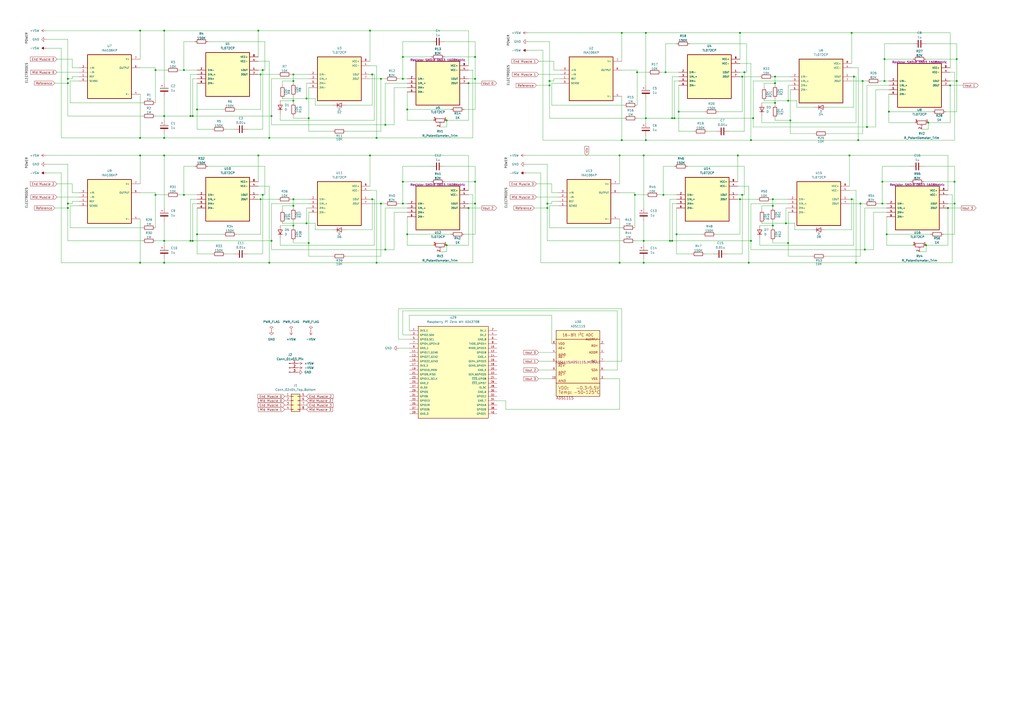
<source format=kicad_sch>
(kicad_sch (version 20231120) (generator "eeschema") (generator_version "8.0")
  (paper "A2")
  (junction (at 495.3 44.45))
  (junction (at 259.08 142.24))
  (junction (at 393.7 64.77))
  (junction (at 515.62 64.77))
  (junction (at 391.16 68.58))
  (junction (at 368.3 113.03))
  (junction (at 429.26 19.05))
  (junction (at 179.07 68.58))
  (junction (at 111.76 67.31))
  (junction (at 95.25 139.7))
  (junction (at 448.31 130.81))
  (junction (at 497.84 81.28))
  (junction (at 170.18 43.18))
  (junction (at 275.59 45.72))
  (junction (at 149.86 90.17))
  (junction (at 81.28 90.17))
  (junction (at 317.5 120.65))
  (junction (at 110.49 67.31))
  (junction (at 111.76 139.7))
  (junction (at 215.9 43.18))
  (junction (at 223.52 144.78))
  (junction (at 114.3 63.5))
  (junction (at 430.53 44.45))
  (junction (at 233.68 118.11))
  (junction (at 151.13 115.57))
  (junction (at 170.18 130.81))
  (junction (at 177.8 129.54))
  (junction (at 170.18 119.38))
  (junction (at 223.52 72.39))
  (junction (at 95.25 152.4))
  (junction (at 157.48 67.31))
  (junction (at 430.53 113.03))
  (junction (at 157.48 139.7))
  (junction (at 538.48 71.12))
  (junction (at 39.37 120.65))
  (junction (at 389.89 68.58))
  (junction (at 388.62 139.7))
  (junction (at 436.88 68.58))
  (junction (at 170.18 115.57))
  (junction (at 95.25 67.31))
  (junction (at 177.8 57.15))
  (junction (at 90.17 40.64))
  (junction (at 214.63 90.17))
  (junction (at 513.08 34.29))
  (junction (at 39.37 48.26))
  (junction (at 106.68 40.64))
  (junction (at 458.47 69.85))
  (junction (at 318.77 46.99))
  (junction (at 549.91 120.65))
  (junction (at 271.78 48.26))
  (junction (at 218.44 152.4))
  (junction (at 449.58 44.45))
  (junction (at 81.28 80.01))
  (junction (at 551.18 49.53))
  (junction (at 427.99 90.17))
  (junction (at 386.08 41.91))
  (junction (at 448.31 115.57))
  (junction (at 389.89 139.7))
  (junction (at 220.98 118.11))
  (junction (at 271.78 120.65))
  (junction (at 448.31 119.38))
  (junction (at 513.08 46.99))
  (junction (at 236.22 63.5))
  (junction (at 455.93 129.54))
  (junction (at 179.07 140.97))
  (junction (at 318.77 49.53))
  (junction (at 431.8 41.91))
  (junction (at 501.65 144.78))
  (junction (at 492.76 90.17))
  (junction (at 275.59 105.41))
  (junction (at 275.59 33.02))
  (junction (at 511.81 118.11))
  (junction (at 494.03 19.05))
  (junction (at 374.65 19.05))
  (junction (at 39.37 45.72))
  (junction (at 110.49 139.7))
  (junction (at 537.21 142.24))
  (junction (at 502.92 73.66))
  (junction (at 359.41 152.4))
  (junction (at 152.4 113.03))
  (junction (at 554.99 46.99))
  (junction (at 494.03 115.57))
  (junction (at 39.37 118.11))
  (junction (at 106.68 113.03))
  (junction (at 429.26 115.57))
  (junction (at 457.2 140.97))
  (junction (at 214.63 17.78))
  (junction (at 275.59 118.11))
  (junction (at 373.38 139.7))
  (junction (at 360.68 81.28))
  (junction (at 435.61 81.28))
  (junction (at 553.72 118.11))
  (junction (at 215.9 115.57))
  (junction (at 499.11 118.11))
  (junction (at 95.25 17.78))
  (junction (at 151.13 43.18))
  (junction (at 220.98 45.72))
  (junction (at 435.61 139.7))
  (junction (at 156.21 80.01))
  (junction (at 392.43 135.89))
  (junction (at 434.34 152.4))
  (junction (at 218.44 80.01))
  (junction (at 511.81 105.41))
  (junction (at 373.38 152.4))
  (junction (at 369.57 41.91))
  (junction (at 373.38 90.17))
  (junction (at 90.17 113.03))
  (junction (at 95.25 80.01))
  (junction (at 374.65 68.58))
  (junction (at 95.25 90.17))
  (junction (at 170.18 46.99))
  (junction (at 500.38 46.99))
  (junction (at 170.18 58.42))
  (junction (at 152.4 40.64))
  (junction (at 449.58 48.26))
  (junction (at 360.68 19.05))
  (junction (at 233.68 45.72))
  (junction (at 514.35 135.89))
  (junction (at 359.41 90.17))
  (junction (at 553.72 105.41))
  (junction (at 374.65 81.28))
  (junction (at 149.86 17.78))
  (junction (at 554.99 34.29))
  (junction (at 81.28 152.4))
  (junction (at 384.81 113.03))
  (junction (at 457.2 58.42))
  (junction (at 233.68 105.41))
  (junction (at 496.57 152.4))
  (junction (at 236.22 135.89))
  (junction (at 449.58 59.69))
  (junction (at 156.21 152.4))
  (junction (at 317.5 118.11))
  (junction (at 259.08 69.85))
  (junction (at 233.68 33.02))
  (junction (at 114.3 135.89))
  (junction (at 81.28 17.78))
  (wire (pts (xy 149.86 33.02) (xy 149.86 17.78)))
  (wire (pts (xy 389.89 118.11) (xy 389.89 139.7)))
  (wire (pts (xy 162.56 66.04) (xy 162.56 69.85)))
  (wire (pts (xy 462.28 62.23) (xy 472.44 62.23)))
  (wire (pts (xy 233.68 105.41) (xy 250.19 105.41)))
  (wire (pts (xy 515.62 64.77) (xy 515.62 54.61)))
  (wire (pts (xy 549.91 120.65) (xy 557.53 120.65)))
  (wire (pts (xy 45.72 116.84) (xy 41.91 116.84)))
  (wire (pts (xy 257.81 105.41) (xy 275.59 105.41)))
  (wire (pts (xy 149.86 35.56) (xy 156.21 35.56)))
  (wire (pts (xy 95.25 128.27) (xy 95.25 139.7)))
  (wire (pts (xy 312.42 219.71) (xy 320.04 219.71)))
  (wire (pts (xy 170.18 128.27) (xy 170.18 130.81)))
  (wire (pts (xy 177.8 129.54) (xy 182.88 129.54)))
  (wire (pts (xy 170.18 55.88) (xy 170.18 58.42)))
  (wire (pts (xy 552.45 152.4) (xy 496.57 152.4)))
  (wire (pts (xy 106.68 40.64) (xy 114.3 40.64)))
  (wire (pts (xy 41.91 45.72) (xy 39.37 45.72)))
  (wire (pts (xy 214.63 110.49) (xy 218.44 110.49)))
  (wire (pts (xy 275.59 33.02) (xy 275.59 45.72)))
  (wire (pts (xy 314.96 29.21) (xy 314.96 81.28)))
  (wire (pts (xy 554.99 64.77) (xy 548.64 64.77)))
  (wire (pts (xy 431.8 76.2) (xy 422.91 76.2)))
  (wire (pts (xy 443.23 58.42) (xy 457.2 58.42)))
  (wire (pts (xy 538.48 74.93) (xy 534.67 74.93)))
  (wire (pts (xy 233.68 180.34) (xy 233.68 194.31)))
  (wire (pts (xy 350.52 214.63) (xy 358.14 214.63)))
  (wire (pts (xy 217.17 43.18) (xy 215.9 43.18)))
  (wire (pts (xy 312.42 204.47) (xy 320.04 204.47)))
  (wire (pts (xy 177.8 48.26) (xy 179.07 48.26)))
  (wire (pts (xy 431.8 96.52) (xy 431.8 113.03)))
  (wire (pts (xy 156.21 152.4) (xy 95.25 152.4)))
  (wire (pts (xy 162.56 130.81) (xy 170.18 130.81)))
  (wire (pts (xy 321.31 45.72) (xy 321.31 46.99)))
  (wire (pts (xy 457.2 148.59) (xy 471.17 148.59)))
  (wire (pts (xy 110.49 67.31) (xy 110.49 43.18)))
  (wire (pts (xy 311.15 106.68) (xy 320.04 106.68)))
  (wire (pts (xy 431.8 113.03) (xy 430.53 113.03)))
  (wire (pts (xy 218.44 152.4) (xy 156.21 152.4)))
  (wire (pts (xy 152.4 40.64) (xy 149.86 40.64)))
  (wire (pts (xy 215.9 133.35) (xy 215.9 115.57)))
  (wire (pts (xy 162.56 142.24) (xy 217.17 142.24)))
  (wire (pts (xy 35.56 152.4) (xy 81.28 152.4)))
  (wire (pts (xy 553.72 105.41) (xy 553.72 118.11)))
  (wire (pts (xy 553.72 41.91) (xy 553.72 81.28)))
  (wire (pts (xy 95.25 67.31) (xy 95.25 69.85)))
  (wire (pts (xy 156.21 80.01) (xy 95.25 80.01)))
  (wire (pts (xy 495.3 115.57) (xy 494.03 115.57)))
  (wire (pts (xy 170.18 115.57) (xy 170.18 119.38)))
  (wire (pts (xy 499.11 118.11) (xy 501.65 118.11)))
  (wire (pts (xy 495.3 142.24) (xy 495.3 115.57)))
  (wire (pts (xy 163.83 46.99) (xy 170.18 46.99)))
  (wire (pts (xy 511.81 118.11) (xy 511.81 105.41)))
  (wire (pts (xy 388.62 115.57) (xy 392.43 115.57)))
  (wire (pts (xy 40.64 59.69) (xy 40.64 46.99)))
  (wire (pts (xy 373.38 139.7) (xy 373.38 142.24)))
  (wire (pts (xy 217.17 115.57) (xy 215.9 115.57)))
  (wire (pts (xy 429.26 34.29) (xy 429.26 19.05)))
  (wire (pts (xy 41.91 106.68) (xy 41.91 111.76)))
  (wire (pts (xy 33.02 41.91) (xy 45.72 41.91)))
  (wire (pts (xy 114.3 147.32) (xy 114.3 135.89)))
  (wire (pts (xy 168.91 115.57) (xy 170.18 115.57)))
  (wire (pts (xy 551.18 49.53) (xy 558.8 49.53)))
  (wire (pts (xy 95.25 149.86) (xy 95.25 152.4)))
  (wire (pts (xy 39.37 139.7) (xy 82.55 139.7)))
  (wire (pts (xy 223.52 48.26) (xy 223.52 72.39)))
  (wire (pts (xy 359.41 219.71) (xy 350.52 219.71)))
  (wire (pts (xy 320.04 118.11) (xy 317.5 118.11)))
  (wire (pts (xy 410.21 76.2) (xy 415.29 76.2)))
  (wire (pts (xy 236.22 69.85) (xy 251.46 69.85)))
  (wire (pts (xy 478.79 133.35) (xy 494.03 133.35)))
  (wire (pts (xy 130.81 74.93) (xy 135.89 74.93)))
  (wire (pts (xy 312.42 214.63) (xy 320.04 214.63)))
  (wire (pts (xy 539.75 135.89) (xy 514.35 135.89)))
  (wire (pts (xy 369.57 40.64) (xy 369.57 41.91)))
  (wire (pts (xy 179.07 140.97) (xy 179.07 123.19)))
  (wire (pts (xy 509.27 118.11) (xy 511.81 118.11)))
  (wire (pts (xy 275.59 118.11) (xy 275.59 135.89)))
  (wire (pts (xy 41.91 111.76) (xy 45.72 111.76)))
  (wire (pts (xy 449.58 59.69) (xy 449.58 60.96)))
  (wire (pts (xy 457.2 118.11) (xy 435.61 118.11)))
  (wire (pts (xy 374.65 19.05) (xy 374.65 49.53)))
  (wire (pts (xy 513.08 25.4) (xy 513.08 34.29)))
  (wire (pts (xy 33.02 106.68) (xy 41.91 106.68)))
  (wire (pts (xy 26.67 27.94) (xy 35.56 27.94)))
  (wire (pts (xy 541.02 64.77) (xy 515.62 64.77)))
  (wire (pts (xy 200.66 148.59) (xy 220.98 148.59)))
  (wire (pts (xy 271.78 110.49) (xy 271.78 90.17)))
  (wire (pts (xy 501.65 144.78) (xy 435.61 144.78)))
  (wire (pts (xy 81.28 39.37) (xy 90.17 39.37)))
  (wire (pts (xy 496.57 110.49) (xy 496.57 152.4)))
  (wire (pts (xy 360.68 55.88) (xy 360.68 81.28)))
  (wire (pts (xy 360.68 19.05) (xy 374.65 19.05)))
  (wire (pts (xy 81.28 54.61) (xy 81.28 80.01)))
  (wire (pts (xy 130.81 147.32) (xy 135.89 147.32)))
  (wire (pts (xy 508 52.07) (xy 508 73.66)))
  (wire (pts (xy 480.06 77.47) (xy 500.38 77.47)))
  (wire (pts (xy 113.03 96.52) (xy 106.68 96.52)))
  (wire (pts (xy 320.04 111.76) (xy 323.85 111.76)))
  (wire (pts (xy 151.13 43.18) (xy 161.29 43.18)))
  (wire (pts (xy 429.26 135.89) (xy 429.26 115.57)))
  (wire (pts (xy 510.54 46.99) (xy 513.08 46.99)))
  (wire (pts (xy 123.19 74.93) (xy 114.3 74.93)))
  (wire (pts (xy 389.89 68.58) (xy 389.89 44.45)))
  (wire (pts (xy 157.48 144.78) (xy 157.48 139.7)))
  (wire (pts (xy 90.17 40.64) (xy 90.17 59.69)))
  (wire (pts (xy 114.3 63.5) (xy 114.3 48.26)))
  (wire (pts (xy 220.98 148.59) (xy 220.98 118.11)))
  (wire (pts (xy 369.57 41.91) (xy 375.92 41.91)))
  (wire (pts (xy 233.68 118.11) (xy 236.22 118.11)))
  (wire (pts (xy 429.26 115.57) (xy 427.99 115.57)))
  (wire (pts (xy 95.25 139.7) (xy 110.49 139.7)))
  (wire (pts (xy 515.62 64.77) (xy 515.62 71.12)))
  (wire (pts (xy 553.72 118.11) (xy 553.72 135.89)))
  (wire (pts (xy 41.91 34.29) (xy 41.91 39.37)))
  (wire (pts (xy 41.91 116.84) (xy 41.91 118.11)))
  (wire (pts (xy 215.9 60.96) (xy 215.9 43.18)))
  (wire (pts (xy 162.56 58.42) (xy 170.18 58.42)))
  (wire (pts (xy 271.78 120.65) (xy 279.4 120.65)))
  (wire (pts (xy 137.16 63.5) (xy 151.13 63.5)))
  (wire (pts (xy 26.67 90.17) (xy 81.28 90.17)))
  (wire (pts (xy 95.25 77.47) (xy 95.25 80.01)))
  (wire (pts (xy 33.02 34.29) (xy 41.91 34.29)))
  (wire (pts (xy 314.96 81.28) (xy 360.68 81.28)))
  (wire (pts (xy 95.25 55.88) (xy 95.25 67.31)))
  (wire (pts (xy 457.2 58.42) (xy 462.28 58.42)))
  (wire (pts (xy 462.28 58.42) (xy 462.28 62.23)))
  (wire (pts (xy 304.8 90.17) (xy 359.41 90.17)))
  (wire (pts (xy 436.88 68.58) (xy 391.16 68.58)))
  (wire (pts (xy 318.77 49.53) (xy 318.77 68.58)))
  (wire (pts (xy 233.68 118.11) (xy 233.68 105.41)))
  (wire (pts (xy 26.67 100.33) (xy 35.56 100.33)))
  (wire (pts (xy 514.35 120.65) (xy 501.65 120.65)))
  (wire (pts (xy 391.16 68.58) (xy 389.89 68.58)))
  (wire (pts (xy 82.55 59.69) (xy 40.64 59.69)))
  (wire (pts (xy 392.43 135.89) (xy 392.43 120.65)))
  (wire (pts (xy 461.01 129.54) (xy 461.01 133.35)))
  (wire (pts (xy 177.8 57.15) (xy 182.88 57.15)))
  (wire (pts (xy 495.3 62.23) (xy 495.3 44.45)))
  (wire (pts (xy 311.15 114.3) (xy 323.85 114.3)))
  (wire (pts (xy 429.26 36.83) (xy 435.61 36.83)))
  (wire (pts (xy 514.35 135.89) (xy 514.35 142.24)))
  (wire (pts (xy 106.68 113.03) (xy 114.3 113.03)))
  (wire (pts (xy 170.18 43.18) (xy 170.18 46.99)))
  (wire (pts (xy 515.62 52.07) (xy 508 52.07)))
  (wire (pts (xy 95.25 67.31) (xy 110.49 67.31)))
  (wire (pts (xy 106.68 24.13) (xy 106.68 40.64)))
  (wire (pts (xy 373.38 149.86) (xy 373.38 152.4)))
  (wire (pts (xy 529.59 25.4) (xy 513.08 25.4)))
  (wire (pts (xy 436.88 46.99) (xy 436.88 68.58)))
  (wire (pts (xy 261.62 63.5) (xy 236.22 63.5)))
  (wire (pts (xy 123.19 147.32) (xy 114.3 147.32)))
  (wire (pts (xy 391.16 46.99) (xy 391.16 68.58)))
  (wire (pts (xy 392.43 118.11) (xy 389.89 118.11)))
  (wire (pts (xy 200.66 60.96) (xy 215.9 60.96)))
  (wire (pts (xy 237.49 182.88) (xy 237.49 191.77)))
  (wire (pts (xy 436.88 73.66) (xy 436.88 68.58)))
  (wire (pts (xy 492.76 107.95) (xy 492.76 90.17)))
  (wire (pts (xy 33.02 114.3) (xy 45.72 114.3)))
  (wire (pts (xy 537.21 146.05) (xy 533.4 146.05)))
  (wire (pts (xy 500.38 77.47) (xy 500.38 46.99)))
  (wire (pts (xy 528.32 96.52) (xy 511.81 96.52)))
  (wire (pts (xy 137.16 135.89) (xy 151.13 135.89)))
  (wire (pts (xy 441.96 121.92) (xy 441.96 119.38)))
  (wire (pts (xy 398.78 96.52) (xy 431.8 96.52)))
  (wire (pts (xy 430.53 44.45) (xy 440.69 44.45)))
  (wire (pts (xy 170.18 46.99) (xy 170.18 48.26)))
  (wire (pts (xy 151.13 115.57) (xy 149.86 115.57)))
  (wire (pts (xy 359.41 111.76) (xy 368.3 111.76)))
  (wire (pts (xy 90.17 113.03) (xy 96.52 113.03)))
  (wire (pts (xy 458.47 46.99) (xy 436.88 46.99)))
  (wire (pts (xy 257.81 96.52) (xy 275.59 96.52)))
  (wire (pts (xy 223.52 72.39) (xy 157.48 72.39)))
  (wire (pts (xy 513.08 34.29) (xy 529.59 34.29)))
  (wire (pts (xy 440.69 142.24) (xy 495.3 142.24)))
  (wire (pts (xy 217.17 142.24) (xy 217.17 115.57)))
  (wire (pts (xy 215.9 115.57) (xy 214.63 115.57)))
  (wire (pts (xy 39.37 120.65) (xy 39.37 139.7)))
  (wire (pts (xy 392.43 25.4) (xy 386.08 25.4)))
  (wire (pts (xy 440.69 138.43) (xy 440.69 142.24)))
  (wire (pts (xy 506.73 123.19) (xy 506.73 144.78)))
  (wire (pts (xy 179.07 45.72) (xy 157.48 45.72)))
  (wire (pts (xy 274.32 80.01) (xy 218.44 80.01)))
  (wire (pts (xy 514.35 135.89) (xy 514.35 125.73)))
  (wire (pts (xy 448.31 140.97) (xy 457.2 140.97)))
  (wire (pts (xy 502.92 49.53) (xy 502.92 73.66)))
  (wire (pts (xy 430.53 147.32) (xy 421.64 147.32)))
  (wire (pts (xy 449.58 68.58) (xy 449.58 69.85)))
  (wire (pts (xy 236.22 142.24) (xy 251.46 142.24)))
  (wire (pts (xy 313.69 152.4) (xy 359.41 152.4)))
  (wire (pts (xy 236.22 135.89) (xy 236.22 125.73)))
  (wire (pts (xy 177.8 120.65) (xy 179.07 120.65)))
  (wire (pts (xy 320.04 199.39) (xy 320.04 182.88)))
  (wire (pts (xy 179.07 140.97) (xy 179.07 148.59)))
  (wire (pts (xy 457.2 49.53) (xy 458.47 49.53)))
  (wire (pts (xy 170.18 139.7) (xy 170.18 140.97)))
  (wire (pts (xy 111.76 118.11) (xy 111.76 139.7)))
  (wire (pts (xy 228.6 72.39) (xy 223.52 72.39)))
  (wire (pts (xy 537.21 142.24) (xy 537.21 146.05)))
  (wire (pts (xy 391.16 96.52) (xy 384.81 96.52)))
  (wire (pts (xy 325.12 45.72) (xy 321.31 45.72)))
  (wire (pts (xy 111.76 139.7) (xy 110.49 139.7)))
  (wire (pts (xy 448.31 44.45) (xy 449.58 44.45)))
  (wire (pts (xy 553.72 135.89) (xy 547.37 135.89)))
  (wire (pts (xy 435.61 81.28) (xy 374.65 81.28)))
  (wire (pts (xy 39.37 45.72) (xy 39.37 48.26)))
  (wire (pts (xy 257.81 33.02) (xy 275.59 33.02)))
  (wire (pts (xy 35.56 100.33) (xy 35.56 152.4)))
  (wire (pts (xy 549.91 113.03) (xy 552.45 113.03)))
  (wire (pts (xy 214.63 107.95) (xy 214.63 90.17)))
  (wire (pts (xy 499.11 118.11) (xy 492.76 118.11)))
  (wire (pts (xy 304.8 95.25) (xy 317.5 95.25)))
  (wire (pts (xy 152.4 74.93) (xy 143.51 74.93)))
  (wire (pts (xy 430.53 113.03) (xy 427.99 113.03)))
  (wire (pts (xy 261.62 135.89) (xy 236.22 135.89)))
  (wire (pts (xy 449.58 69.85) (xy 458.47 69.85)))
  (wire (pts (xy 81.28 80.01) (xy 95.25 80.01)))
  (wire (pts (xy 306.07 29.21) (xy 314.96 29.21)))
  (wire (pts (xy 114.3 63.5) (xy 129.54 63.5)))
  (wire (pts (xy 318.77 24.13) (xy 318.77 46.99)))
  (wire (pts (xy 368.3 111.76) (xy 368.3 113.03)))
  (wire (pts (xy 233.68 194.31) (xy 237.49 194.31)))
  (wire (pts (xy 149.86 105.41) (xy 149.86 90.17)))
  (wire (pts (xy 215.9 43.18) (xy 214.63 43.18)))
  (wire (pts (xy 120.65 24.13) (xy 153.67 24.13)))
  (wire (pts (xy 448.31 115.57) (xy 448.31 119.38)))
  (wire (pts (xy 228.6 50.8) (xy 228.6 72.39)))
  (wire (pts (xy 153.67 40.64) (xy 152.4 40.64)))
  (wire (pts (xy 214.63 35.56) (xy 214.63 17.78)))
  (wire (pts (xy 455.93 129.54) (xy 461.01 129.54)))
  (wire (pts (xy 220.98 45.72) (xy 223.52 45.72)))
  (wire (pts (xy 170.18 67.31) (xy 170.18 68.58)))
  (wire (pts (xy 388.62 139.7) (xy 388.62 115.57)))
  (wire (pts (xy 257.81 24.13) (xy 275.59 24.13)))
  (wire (pts (xy 250.19 96.52) (xy 233.68 96.52)))
  (wire (pts (xy 35.56 27.94) (xy 35.56 80.01)))
  (wire (pts (xy 151.13 43.18) (xy 149.86 43.18)))
  (wire (pts (xy 39.37 95.25) (xy 39.37 118.11)))
  (wire (pts (xy 275.59 45.72) (xy 271.78 45.72)))
  (wire (pts (xy 448.31 115.57) (xy 457.2 115.57)))
  (wire (pts (xy 113.03 24.13) (xy 106.68 24.13)))
  (wire (pts (xy 440.69 130.81) (xy 448.31 130.81)))
  (wire (pts (xy 494.03 133.35) (xy 494.03 115.57)))
  (wire (pts (xy 95.25 139.7) (xy 95.25 142.24)))
  (wire (pts (xy 231.14 196.85) (xy 237.49 196.85)))
  (wire (pts (xy 415.29 135.89) (xy 429.26 135.89)))
  (wire (pts (xy 236.22 123.19) (xy 228.6 123.19)))
  (wire (pts (xy 170.18 115.57) (xy 179.07 115.57)))
  (wire (pts (xy 374.65 78.74) (xy 374.65 81.28)))
  (wire (pts (xy 120.65 96.52) (xy 153.67 96.52)))
  (wire (pts (xy 554.99 46.99) (xy 554.99 64.77)))
  (wire (pts (xy 435.61 139.7) (xy 389.89 139.7)))
  (wire (pts (xy 182.88 133.35) (xy 193.04 133.35)))
  (wire (pts (xy 515.62 49.53) (xy 502.92 49.53)))
  (wire (pts (xy 170.18 58.42) (xy 170.18 59.69)))
  (wire (pts (xy 231.14 179.07) (xy 231.14 196.85)))
  (wire (pts (xy 163.83 129.54) (xy 177.8 129.54)))
  (wire (pts (xy 170.18 68.58) (xy 179.07 68.58)))
  (wire (pts (xy 81.28 152.4) (xy 95.25 152.4)))
  (wire (pts (xy 386.08 25.4) (xy 386.08 41.91)))
  (wire (pts (xy 511.81 118.11) (xy 514.35 118.11)))
  (wire (pts (xy 236.22 63.5) (xy 236.22 69.85)))
  (wire (pts (xy 359.41 237.49) (xy 293.37 237.49)))
  (wire (pts (xy 274.32 40.64) (xy 274.32 80.01)))
  (wire (pts (xy 500.38 46.99) (xy 494.03 46.99)))
  (wire (pts (xy 431.8 41.91) (xy 429.26 41.91)))
  (wire (pts (xy 359.41 127) (xy 359.41 152.4)))
  (wire (pts (xy 496.57 71.12) (xy 496.57 44.45)))
  (wire (pts (xy 449.58 44.45) (xy 449.58 48.26)))
  (wire (pts (xy 318.77 46.99) (xy 318.77 49.53)))
  (wire (pts (xy 231.14 45.72) (xy 233.68 45.72)))
  (wire (pts (xy 374.65 19.05) (xy 429.26 19.05)))
  (wire (pts (xy 82.55 132.08) (xy 40.64 132.08)))
  (wire (pts (xy 231.14 118.11) (xy 233.68 118.11)))
  (wire (pts (xy 368.3 139.7) (xy 373.38 139.7)))
  (wire (pts (xy 383.54 41.91) (xy 386.08 41.91)))
  (wire (pts (xy 259.08 142.24) (xy 271.78 142.24)))
  (wire (pts (xy 374.65 57.15) (xy 374.65 68.58)))
  (wire (pts (xy 95.25 17.78) (xy 149.86 17.78)))
  (wire (pts (xy 431.8 41.91) (xy 431.8 76.2)))
  (wire (pts (xy 152.4 147.32) (xy 143.51 147.32)))
  (wire (pts (xy 179.07 68.58) (xy 179.07 76.2)))
  (wire (pts (xy 271.78 17.78) (xy 214.63 17.78)))
  (wire (pts (xy 110.49 139.7) (xy 110.49 115.57)))
  (wire (pts (xy 480.06 62.23) (xy 495.3 62.23)))
  (wire (pts (xy 111.76 45.72) (xy 111.76 67.31)))
  (wire (pts (xy 259.08 142.24) (xy 259.08 146.05)))
  (wire (pts (xy 106.68 96.52) (xy 106.68 113.03)))
  (wire (pts (xy 511.81 105.41) (xy 528.32 105.41)))
  (wire (pts (xy 95.25 90.17) (xy 95.25 120.65)))
  (wire (pts (xy 393.7 76.2) (xy 393.7 64.77)))
  (wire (pts (xy 392.43 135.89) (xy 407.67 135.89)))
  (wire (pts (xy 435.61 118.11) (xy 435.61 139.7)))
  (wire (pts (xy 220.98 118.11) (xy 214.63 118.11)))
  (wire (pts (xy 408.94 147.32) (xy 414.02 147.32)))
  (wire (pts (xy 389.89 139.7) (xy 388.62 139.7)))
  (wire (pts (xy 39.37 22.86) (xy 39.37 45.72)))
  (wire (pts (xy 271.78 90.17) (xy 214.63 90.17)))
  (wire (pts (xy 551.18 39.37) (xy 551.18 19.05)))
  (wire (pts (xy 551.18 19.05) (xy 494.03 19.05)))
  (wire (pts (xy 218.44 110.49) (xy 218.44 152.4)))
  (wire (pts (xy 275.59 118.11) (xy 271.78 118.11)))
  (wire (pts (xy 502.92 73.66) (xy 436.88 73.66)))
  (wire (pts (xy 40.64 132.08) (xy 40.64 119.38)))
  (wire (pts (xy 537.21 34.29) (xy 554.99 34.29)))
  (wire (pts (xy 39.37 48.26) (xy 39.37 67.31)))
  (wire (pts (xy 430.53 64.77) (xy 430.53 44.45)))
  (wire (pts (xy 368.3 113.03) (xy 368.3 132.08)))
  (wire (pts (xy 514.35 142.24) (xy 529.59 142.24)))
  (wire (pts (xy 149.86 107.95) (xy 156.21 107.95)))
  (wire (pts (xy 182.88 60.96) (xy 193.04 60.96)))
  (wire (pts (xy 153.67 96.52) (xy 153.67 113.03)))
  (wire (pts (xy 506.73 144.78) (xy 501.65 144.78)))
  (wire (pts (xy 95.25 17.78) (xy 95.25 48.26)))
  (wire (pts (xy 31.75 120.65) (xy 39.37 120.65)))
  (wire (pts (xy 259.08 69.85) (xy 271.78 69.85)))
  (wire (pts (xy 233.68 45.72) (xy 236.22 45.72)))
  (wire (pts (xy 513.08 46.99) (xy 513.08 34.29)))
  (wire (pts (xy 443.23 50.8) (xy 443.23 48.26)))
  (wire (pts (xy 360.68 209.55) (xy 360.68 179.07)))
  (wire (pts (xy 457.2 58.42) (xy 457.2 49.53)))
  (wire (pts (xy 393.7 64.77) (xy 393.7 49.53)))
  (wire (pts (xy 554.99 34.29) (xy 554.99 46.99)))
  (wire (pts (xy 513.08 46.99) (xy 515.62 46.99)))
  (wire (pts (xy 360.68 179.07) (xy 231.14 179.07)))
  (wire (pts (xy 271.78 69.85) (xy 271.78 48.26)))
  (wire (pts (xy 233.68 24.13) (xy 233.68 33.02)))
  (wire (pts (xy 537.21 25.4) (xy 554.99 25.4)))
  (wire (pts (xy 497.84 39.37) (xy 497.84 81.28)))
  (wire (pts (xy 228.6 144.78) (xy 223.52 144.78)))
  (wire (pts (xy 218.44 80.01) (xy 156.21 80.01)))
  (wire (pts (xy 151.13 115.57) (xy 161.29 115.57)))
  (wire (pts (xy 275.59 96.52) (xy 275.59 105.41)))
  (wire (pts (xy 318.77 132.08) (xy 318.77 119.38)))
  (wire (pts (xy 271.78 40.64) (xy 274.32 40.64)))
  (wire (pts (xy 170.18 43.18) (xy 179.07 43.18)))
  (wire (pts (xy 293.37 237.49) (xy 293.37 232.41)))
  (wire (pts (xy 441.96 71.12) (xy 496.57 71.12)))
  (wire (pts (xy 374.65 68.58) (xy 374.65 71.12)))
  (wire (pts (xy 81.28 90.17) (xy 81.28 106.68)))
  (wire (pts (xy 320.04 60.96) (xy 320.04 48.26)))
  (wire (pts (xy 514.35 123.19) (xy 506.73 123.19)))
  (wire (pts (xy 90.17 67.31) (xy 95.25 67.31)))
  (wire (pts (xy 457.2 140.97) (xy 457.2 123.19)))
  (wire (pts (xy 435.61 36.83) (xy 435.61 81.28)))
  (wire (pts (xy 156.21 107.95) (xy 156.21 152.4)))
  (wire (pts (xy 275.59 135.89) (xy 269.24 135.89)))
  (wire (pts (xy 110.49 43.18) (xy 114.3 43.18)))
  (wire (pts (xy 535.94 105.41) (xy 553.72 105.41)))
  (wire (pts (xy 271.78 38.1) (xy 271.78 17.78)))
  (wire (pts (xy 392.43 147.32) (xy 392.43 135.89)))
  (wire (pts (xy 458.47 69.85) (xy 458.47 77.47)))
  (wire (pts (xy 233.68 45.72) (xy 233.68 33.02)))
  (wire (pts (xy 26.67 22.86) (xy 39.37 22.86)))
  (wire (pts (xy 495.3 44.45) (xy 494.03 44.45)))
  (wire (pts (xy 496.57 152.4) (xy 434.34 152.4)))
  (wire (pts (xy 358.14 214.63) (xy 358.14 180.34)))
  (wire (pts (xy 220.98 45.72) (xy 214.63 45.72)))
  (wire (pts (xy 40.64 119.38) (xy 45.72 119.38)))
  (wire (pts (xy 492.76 90.17) (xy 427.99 90.17)))
  (wire (pts (xy 478.79 148.59) (xy 499.11 148.59)))
  (wire (pts (xy 163.83 119.38) (xy 170.18 119.38)))
  (wire (pts (xy 318.77 119.38) (xy 323.85 119.38)))
  (wire (pts (xy 114.3 135.89) (xy 129.54 135.89)))
  (wire (pts (xy 373.38 128.27) (xy 373.38 139.7)))
  (wire (pts (xy 441.96 129.54) (xy 455.93 129.54)))
  (wire (pts (xy 313.69 100.33) (xy 313.69 152.4)))
  (wire (pts (xy 553.72 118.11) (xy 549.91 118.11)))
  (wire (pts (xy 223.52 144.78) (xy 157.48 144.78)))
  (wire (pts (xy 369.57 68.58) (xy 374.65 68.58)))
  (wire (pts (xy 236.22 63.5) (xy 236.22 53.34)))
  (wire (pts (xy 275.59 105.41) (xy 275.59 118.11)))
  (wire (pts (xy 492.76 110.49) (xy 496.57 110.49)))
  (wire (pts (xy 515.62 71.12) (xy 530.86 71.12)))
  (wire (pts (xy 259.08 73.66) (xy 255.27 73.66)))
  (wire (pts (xy 39.37 118.11) (xy 39.37 120.65)))
  (wire (pts (xy 402.59 76.2) (xy 393.7 76.2)))
  (wire (pts (xy 153.67 24.13) (xy 153.67 40.64)))
  (wire (pts (xy 494.03 36.83) (xy 494.03 19.05)))
  (wire (pts (xy 317.5 139.7) (xy 360.68 139.7)))
  (wire (pts (xy 104.14 113.03) (xy 106.68 113.03)))
  (wire (pts (xy 458.47 77.47) (xy 472.44 77.47)))
  (wire (pts (xy 434.34 152.4) (xy 373.38 152.4)))
  (wire (pts (xy 386.08 41.91) (xy 393.7 41.91)))
  (wire (pts (xy 26.67 17.78) (xy 81.28 17.78)))
  (wire (pts (xy 360.68 19.05) (xy 360.68 35.56)))
  (wire (pts (xy 494.03 39.37) (xy 497.84 39.37)))
  (wire (pts (xy 359.41 152.4) (xy 373.38 152.4)))
  (wire (pts (xy 360.68 40.64) (xy 369.57 40.64)))
  (wire (pts (xy 157.48 139.7) (xy 111.76 139.7)))
  (wire (pts (xy 152.4 40.64) (xy 152.4 74.93)))
  (wire (pts (xy 163.83 57.15) (xy 177.8 57.15)))
  (wire (pts (xy 358.14 180.34) (xy 233.68 180.34)))
  (wire (pts (xy 151.13 63.5) (xy 151.13 43.18)))
  (wire (pts (xy 220.98 118.11) (xy 223.52 118.11)))
  (wire (pts (xy 157.48 118.11) (xy 157.48 139.7)))
  (wire (pts (xy 274.32 152.4) (xy 218.44 152.4)))
  (wire (pts (xy 304.8 100.33) (xy 313.69 100.33)))
  (wire (pts (xy 455.93 120.65) (xy 457.2 120.65)))
  (wire (pts (xy 163.83 49.53) (xy 163.83 46.99)))
  (wire (pts (xy 182.88 129.54) (xy 182.88 133.35)))
  (wire (pts (xy 551.18 41.91) (xy 553.72 41.91)))
  (wire (pts (xy 231.14 201.93) (xy 237.49 201.93)))
  (wire (pts (xy 214.63 90.17) (xy 149.86 90.17)))
  (wire (pts (xy 111.76 67.31) (xy 110.49 67.31)))
  (wire (pts (xy 321.31 46.99) (xy 318.77 46.99)))
  (wire (pts (xy 214.63 17.78) (xy 149.86 17.78)))
  (wire (pts (xy 508 73.66) (xy 502.92 73.66)))
  (wire (pts (xy 312.42 35.56) (xy 321.31 35.56)))
  (wire (pts (xy 275.59 24.13) (xy 275.59 33.02)))
  (wire (pts (xy 306.07 24.13) (xy 318.77 24.13)))
  (wire (pts (xy 274.32 113.03) (xy 274.32 152.4)))
  (wire (pts (xy 448.31 119.38) (xy 448.31 120.65)))
  (wire (pts (xy 170.18 130.81) (xy 170.18 132.08)))
  (wire (pts (xy 81.28 127) (xy 81.28 152.4)))
  (wire (pts (xy 384.81 113.03) (xy 392.43 113.03)))
  (wire (pts (xy 448.31 139.7) (xy 448.31 140.97)))
  (wire (pts (xy 457.2 140.97) (xy 457.2 148.59)))
  (wire (pts (xy 81.28 111.76) (xy 90.17 111.76)))
  (wire (pts (xy 157.48 72.39) (xy 157.48 67.31)))
  (wire (pts (xy 259.08 69.85) (xy 259.08 73.66)))
  (wire (pts (xy 179.07 68.58) (xy 179.07 50.8)))
  (wire (pts (xy 110.49 115.57) (xy 114.3 115.57)))
  (wire (pts (xy 535.94 96.52) (xy 553.72 96.52)))
  (wire (pts (xy 318.77 68.58) (xy 361.95 68.58)))
  (wire (pts (xy 400.05 25.4) (xy 433.07 25.4)))
  (wire (pts (xy 538.48 71.12) (xy 551.18 71.12)))
  (wire (pts (xy 223.52 120.65) (xy 223.52 144.78)))
  (wire (pts (xy 538.48 71.12) (xy 538.48 74.93)))
  (wire (pts (xy 496.57 44.45) (xy 495.3 44.45)))
  (wire (pts (xy 293.37 232.41) (xy 288.29 232.41)))
  (wire (pts (xy 317.5 95.25) (xy 317.5 118.11)))
  (wire (pts (xy 455.93 129.54) (xy 455.93 120.65)))
  (wire (pts (xy 179.07 76.2) (xy 193.04 76.2)))
  (wire (pts (xy 501.65 120.65) (xy 501.65 144.78)))
  (wire (pts (xy 41.91 39.37) (xy 45.72 39.37)))
  (wire (pts (xy 309.88 120.65) (xy 317.5 120.65)))
  (wire (pts (xy 179.07 118.11) (xy 157.48 118.11)))
  (wire (pts (xy 360.68 81.28) (xy 374.65 81.28)))
  (wire (pts (xy 177.8 57.15) (xy 177.8 48.26)))
  (wire (pts (xy 359.41 90.17) (xy 373.38 90.17)))
  (wire (pts (xy 271.78 113.03) (xy 274.32 113.03)))
  (wire (pts (xy 373.38 90.17) (xy 373.38 120.65)))
  (wire (pts (xy 551.18 71.12) (xy 551.18 49.53)))
  (wire (pts (xy 41.91 118.11) (xy 39.37 118.11)))
  (wire (pts (xy 114.3 45.72) (xy 111.76 45.72)))
  (wire (pts (xy 552.45 113.03) (xy 552.45 152.4)))
  (wire (pts (xy 35.56 80.01) (xy 81.28 80.01)))
  (wire (pts (xy 214.63 38.1) (xy 218.44 38.1)))
  (wire (pts (xy 389.89 44.45) (xy 393.7 44.45)))
  (wire (pts (xy 312.42 209.55) (xy 320.04 209.55)))
  (wire (pts (xy 393.7 46.99) (xy 391.16 46.99)))
  (wire (pts (xy 104.14 40.64) (xy 106.68 40.64)))
  (wire (pts (xy 114.3 135.89) (xy 114.3 120.65)))
  (wire (pts (xy 433.07 25.4) (xy 433.07 41.91)))
  (wire (pts (xy 236.22 48.26) (xy 223.52 48.26)))
  (wire (pts (xy 26.67 95.25) (xy 39.37 95.25)))
  (wire (pts (xy 179.07 148.59) (xy 193.04 148.59)))
  (wire (pts (xy 554.99 25.4) (xy 554.99 34.29)))
  (wire (pts (xy 511.81 96.52) (xy 511.81 105.41)))
  (wire (pts (xy 200.66 76.2) (xy 220.98 76.2)))
  (wire (pts (xy 416.56 64.77) (xy 430.53 64.77)))
  (wire (pts (xy 151.13 135.89) (xy 151.13 115.57)))
  (wire (pts (xy 360.68 132.08) (xy 318.77 132.08)))
  (wire (pts (xy 170.18 119.38) (xy 170.18 120.65)))
  (wire (pts (xy 90.17 111.76) (xy 90.17 113.03)))
  (wire (pts (xy 374.65 68.58) (xy 389.89 68.58)))
  (wire (pts (xy 549.91 90.17) (xy 492.76 90.17)))
  (wire (pts (xy 81.28 17.78) (xy 95.25 17.78)))
  (wire (pts (xy 306.07 19.05) (xy 360.68 19.05)))
  (wire (pts (xy 162.56 138.43) (xy 162.56 142.24)))
  (wire (pts (xy 152.4 113.03) (xy 149.86 113.03)))
  (wire (pts (xy 320.04 116.84) (xy 320.04 118.11)))
  (wire (pts (xy 152.4 113.03) (xy 152.4 147.32)))
  (wire (pts (xy 177.8 129.54) (xy 177.8 120.65)))
  (wire (pts (xy 321.31 40.64) (xy 325.12 40.64)))
  (wire (pts (xy 114.3 118.11) (xy 111.76 118.11)))
  (wire (pts (xy 228.6 123.19) (xy 228.6 144.78)))
  (wire (pts (xy 275.59 63.5) (xy 269.24 63.5)))
  (wire (pts (xy 90.17 113.03) (xy 90.17 132.08)))
  (wire (pts (xy 320.04 48.26) (xy 325.12 48.26)))
  (wire (pts (xy 168.91 43.18) (xy 170.18 43.18)))
  (wire (pts (xy 153.67 113.03) (xy 152.4 113.03)))
  (wire (pts (xy 433.07 41.91) (xy 431.8 41.91)))
  (wire (pts (xy 250.19 24.13) (xy 233.68 24.13)))
  (wire (pts (xy 321.31 35.56) (xy 321.31 40.64)))
  (wire (pts (xy 441.96 119.38) (xy 448.31 119.38)))
  (wire (pts (xy 157.48 67.31) (xy 111.76 67.31)))
  (wire (pts (xy 441.96 67.31) (xy 441.96 71.12)))
  (wire (pts (xy 218.44 38.1) (xy 218.44 80.01)))
  (wire (pts (xy 312.42 43.18) (xy 325.12 43.18)))
  (wire (pts (xy 182.88 57.15) (xy 182.88 60.96)))
  (wire (pts (xy 435.61 144.78) (xy 435.61 139.7)))
  (wire (pts (xy 447.04 115.57) (xy 448.31 115.57)))
  (wire (pts (xy 90.17 40.64) (xy 96.52 40.64)))
  (wire (pts (xy 369.57 41.91) (xy 369.57 60.96)))
  (wire (pts (xy 233.68 33.02) (xy 250.19 33.02)))
  (wire (pts (xy 39.37 67.31) (xy 82.55 67.31)))
  (wire (pts (xy 430.53 113.03) (xy 430.53 147.32)))
  (wire (pts (xy 384.81 96.52) (xy 384.81 113.03)))
  (wire (pts (xy 373.38 139.7) (xy 388.62 139.7)))
  (wire (pts (xy 382.27 113.03) (xy 384.81 113.03)))
  (wire (pts (xy 157.48 45.72) (xy 157.48 67.31)))
  (wire (pts (xy 429.26 115.57) (xy 439.42 115.57)))
  (wire (pts (xy 236.22 50.8) (xy 228.6 50.8)))
  (wire (pts (xy 114.3 74.93) (xy 114.3 63.5)))
  (wire (pts (xy 494.03 19.05) (xy 429.26 19.05)))
  (wire (pts (xy 500.38 46.99) (xy 502.92 46.99)))
  (wire (pts (xy 90.17 139.7) (xy 95.25 139.7)))
  (wire (pts (xy 200.66 133.35) (xy 215.9 133.35)))
  (wire (pts (xy 95.25 90.17) (xy 149.86 90.17)))
  (wire (pts (xy 449.58 48.26) (xy 449.58 49.53)))
  (wire (pts (xy 236.22 135.89) (xy 236.22 142.24)))
  (wire (pts (xy 401.32 147.32) (xy 392.43 147.32)))
  (wire (pts (xy 359.41 90.17) (xy 359.41 106.68)))
  (wire (pts (xy 45.72 44.45) (xy 41.91 44.45)))
  (wire (pts (xy 368.3 113.03) (xy 374.65 113.03)))
  (wire (pts (xy 320.04 182.88) (xy 237.49 182.88)))
  (wire (pts (xy 461.01 133.35) (xy 471.17 133.35)))
  (wire (pts (xy 449.58 57.15) (xy 449.58 59.69)))
  (wire (pts (xy 323.85 116.84) (xy 320.04 116.84)))
  (wire (pts (xy 311.15 49.53) (xy 318.77 49.53)))
  (wire (pts (xy 31.75 48.26) (xy 39.37 48.26)))
  (wire (pts (xy 162.56 69.85) (xy 217.17 69.85)))
  (wire (pts (xy 163.83 121.92) (xy 163.83 119.38)))
  (wire (pts (xy 448.31 130.81) (xy 448.31 132.08)))
  (wire (pts (xy 275.59 45.72) (xy 275.59 63.5)))
  (wire (pts (xy 41.91 44.45) (xy 41.91 45.72)))
  (wire (pts (xy 170.18 140.97) (xy 179.07 140.97)))
  (wire (pts (xy 553.72 81.28) (xy 497.84 81.28)))
  (wire (pts (xy 373.38 90.17) (xy 427.99 90.17)))
  (wire (pts (xy 449.58 44.45) (xy 458.47 44.45)))
  (wire (pts (xy 499.11 148.59) (xy 499.11 118.11)))
  (wire (pts (xy 271.78 48.26) (xy 279.4 48.26)))
  (wire (pts (xy 427.99 105.41) (xy 427.99 90.17)))
  (wire (pts (xy 434.34 107.95) (xy 434.34 152.4)))
  (wire (pts (xy 81.28 17.78) (xy 81.28 34.29)))
  (wire (pts (xy 549.91 110.49) (xy 549.91 90.17)))
  (wire (pts (xy 81.28 90.17) (xy 95.25 90.17)))
  (wire (pts (xy 320.04 106.68) (xy 320.04 111.76)))
  (wire (pts (xy 259.08 146.05) (xy 255.27 146.05)))
  (wire (pts (xy 317.5 118.11) (xy 317.5 120.65)))
  (wire (pts (xy 494.03 115.57) (xy 492.76 115.57)))
  (wire (pts (xy 236.22 120.65) (xy 223.52 120.65)))
  (wire (pts (xy 90.17 39.37) (xy 90.17 40.64)))
  (wire (pts (xy 271.78 142.24) (xy 271.78 120.65)))
  (wire (pts (xy 554.99 46.99) (xy 551.18 46.99)))
  (wire (pts (xy 553.72 96.52) (xy 553.72 105.41)))
  (wire (pts (xy 430.53 44.45) (xy 429.26 44.45)))
  (wire (pts (xy 361.95 60.96) (xy 320.04 60.96)))
  (wire (pts (xy 217.17 69.85) (xy 217.17 43.18)))
  (wire (pts (xy 156.21 35.56) (xy 156.21 80.01)))
  (wire (pts (xy 317.5 120.65) (xy 317.5 139.7)))
  (wire (pts (xy 443.23 48.26) (xy 449.58 48.26)))
  (wire (pts (xy 359.41 219.71) (xy 359.41 237.49)))
  (wire (pts (xy 458.47 69.85) (xy 458.47 52.07)))
  (wire (pts (xy 549.91 142.24) (xy 549.91 120.65)))
  (wire (pts (xy 448.31 128.27) (xy 448.31 130.81)))
  (wire (pts (xy 220.98 76.2) (xy 220.98 45.72)))
  (wire (pts (xy 537.21 142.24) (xy 549.91 142.24)))
  (wire (pts (xy 497.84 81.28) (xy 435.61 81.28)))
  (wire (pts (xy 427.99 107.95) (xy 434.34 107.95)))
  (wire (pts (xy 393.7 64.77) (xy 408.94 64.77)))
  (wire (pts (xy 350.52 209.55) (xy 360.68 209.55)))
  (wire (pts (xy 441.96 59.69) (xy 449.58 59.69)))
  (wire (pts (xy 40.64 46.99) (xy 45.72 46.99)))
  (wire (pts (xy 233.68 96.52) (xy 233.68 105.41)))
  (label "POWER" (at 295.91 26.67 90))
  (label "ELECTRODES" (at 16.51 48.26 90))
  (label "ELECTRODES" (at 294.64 120.65 90))
  (label "ELECTRODES" (at 16.51 120.65 90))
  (label "POWER" (at 16.51 25.4 90))
  (label "POWER" (at 294.64 97.79 90))
  (label "ELECTRODES" (at 295.91 49.53 90))
  (label "POWER" (at 16.51 97.79 90))
  (global_label "End Muscle 0" (shape input) (at 33.02 34.29 180) (property "Intersheetrefs" "${INTERSHEET_REFS}" (effects (hide yes))))
  (global_label "Mid Muscle 3" (shape input) (at 177.8 237.49 0) (property "Intersheetrefs" "${INTERSHEET_REFS}" (effects (hide yes))))
  (global_label "End Muscle 2" (shape input) (at 33.02 106.68 180) (property "Intersheetrefs" "${INTERSHEET_REFS}" (effects (hide yes))))
  (global_label "Mid Muscle 0" (shape input) (at 165.1 232.41 180) (property "Intersheetrefs" "${INTERSHEET_REFS}" (effects (hide yes))))
  (global_label "Reference" (shape input) (at 311.15 49.53 180) (property "Intersheetrefs" "${INTERSHEET_REFS}" (effects (hide yes))))
  (global_label "Vout 3" (shape output) (at 557.53 120.65 0) (property "Intersheetrefs" "${INTERSHEET_REFS}" (effects (hide yes))))
  (global_label "Mid Muscle 1" (shape input) (at 312.42 43.18 180) (property "Intersheetrefs" "${INTERSHEET_REFS}" (effects (hide yes))))
  (global_label "Vout 3" (shape input) (at 312.42 219.71 180) (property "Intersheetrefs" "${INTERSHEET_REFS}" (effects (hide yes))))
  (global_label "Mid Muscle 0" (shape input) (at 33.02 41.91 180) (property "Intersheetrefs" "${INTERSHEET_REFS}" (effects (hide yes))))
  (global_label "Mid Muscle 2" (shape input) (at 33.02 114.3 180) (property "Intersheetrefs" "${INTERSHEET_REFS}" (effects (hide yes))))
  (global_label "Vout 2" (shape output) (at 279.4 120.65 0) (property "Intersheetrefs" "${INTERSHEET_REFS}" (effects (hide yes))))
  (global_label "Vout 2" (shape input) (at 312.42 214.63 180) (property "Intersheetrefs" "${INTERSHEET_REFS}" (effects (hide yes))))
  (global_label "Mid Muscle 2" (shape input) (at 177.8 232.41 0) (property "Intersheetrefs" "${INTERSHEET_REFS}" (effects (hide yes))))
  (global_label "Vin" (shape input) (at 340.36 90.17 90) (property "Intersheetrefs" "${INTERSHEET_REFS}" (effects (hide yes))))
  (global_label "End Muscle 1" (shape input) (at 165.1 234.95 180) (property "Intersheetrefs" "${INTERSHEET_REFS}" (effects (hide yes))))
  (global_label "Vout 1" (shape output) (at 558.8 49.53 0) (property "Intersheetrefs" "${INTERSHEET_REFS}" (effects (hide yes))))
  (global_label "End Muscle 3" (shape input) (at 311.15 106.68 180) (property "Intersheetrefs" "${INTERSHEET_REFS}" (effects (hide yes))))
  (global_label "Reference" (shape input) (at 31.75 48.26 180) (property "Intersheetrefs" "${INTERSHEET_REFS}" (effects (hide yes))))
  (global_label "Mid Muscle 1" (shape input) (at 165.1 237.49 180) (property "Intersheetrefs" "${INTERSHEET_REFS}" (effects (hide yes))))
  (global_label "End Muscle 1" (shape input) (at 312.42 35.56 180) (property "Intersheetrefs" "${INTERSHEET_REFS}" (effects (hide yes))))
  (global_label "Mid Muscle 3" (shape input) (at 311.15 114.3 180) (property "Intersheetrefs" "${INTERSHEET_REFS}" (effects (hide yes))))
  (global_label "Reference" (shape input) (at 31.75 120.65 180) (property "Intersheetrefs" "${INTERSHEET_REFS}" (effects (hide yes))))
  (global_label "Vout 0" (shape output) (at 279.4 48.26 0) (property "Intersheetrefs" "${INTERSHEET_REFS}" (effects (hide yes))))
  (global_label "Vout 1" (shape input) (at 312.42 209.55 180) (property "Intersheetrefs" "${INTERSHEET_REFS}" (effects (hide yes))))
  (global_label "Vout 0" (shape input) (at 312.42 204.47 180) (property "Intersheetrefs" "${INTERSHEET_REFS}" (effects (hide yes))))
  (global_label "End Muscle 2" (shape input) (at 177.8 229.87 0) (property "Intersheetrefs" "${INTERSHEET_REFS}" (effects (hide yes))))
  (global_label "End Muscle 0" (shape input) (at 165.1 229.87 180) (property "Intersheetrefs" "${INTERSHEET_REFS}" (effects (hide yes))))
  (global_label "Reference" (shape input) (at 309.88 120.65 180) (property "Intersheetrefs" "${INTERSHEET_REFS}" (effects (hide yes))))
  (global_label "End Muscle 3" (shape input) (at 177.8 234.95 0) (property "Intersheetrefs" "${INTERSHEET_REFS}" (effects (hide yes))))
  (symbol (lib_id "Device:C") (at 139.7 147.32 90) (unit 1)
    (property "Reference" "C11" (at 139.7 140.97 90))
    (property "Value" "0.01u" (at 139.7 143.51 90))
    (property "Footprint" "Capacitor_THT:C_Disc_D3.4mm_W2.1mm_P2.50mm" (effects (hide yes)))
    (property "Description" "Unpolarized capacitor" (effects (hide yes)))
  )
  (symbol (lib_id "power:GND") (at 172.72 215.9 90) (unit 1)
    (property "Reference" "#PWR017" (effects (hide yes)))
    (property "Value" "GND" (at 176.53 215.8999 90) (effects (justify right)))
    (property "Description" "Power symbol creates a global label with name \"GND\" , ground" (effects (hide yes)))
  )
  (symbol (lib_id "ADA3708:ADA3708") (at 262.89 214.63 0) (unit 1)
    (property "Reference" "U29" (at 262.89 184.15 0))
    (property "Value" "Raspberry Pi Zero WH ADA3708" (at 262.89 186.69 0))
    (property "Footprint" "ADA3708:MODULE_ADA3708" (effects (hide yes)))
    (property "MF" "Adafruit Industries" (effects (hide yes)))
    (property "Description_1" "\nRaspberry Pi Zero WH (Zero W with Headers)\n" (effects (hide yes)))
    (property "Package" "None" (effects (hide yes)))
    (property "Price" "None" (effects (hide yes)))
    (property "Check_prices" "https://www.snapeda.com/parts/ADA3708/Adafruit+Industries+LLC/view-part/?ref=eda" (effects (hide yes)))
    (property "STANDARD" "Manufacturer Recommendations" (effects (hide yes)))
    (property "SnapEDA_Link" "https://www.snapeda.com/parts/ADA3708/Adafruit+Industries+LLC/view-part/?ref=snap" (effects (hide yes)))
    (property "MP" "ADA3708" (effects (hide yes)))
    (property "Availability" "Not in stock" (effects (hide yes)))
    (property "MANUFACTURER" "Adafruit Industries" (effects (hide yes)))
  )
  (symbol (lib_id "TL072CP:TL072CP") (at 254 120.65 0) (unit 1)
    (property "Reference" "U12" (at 254 134.874 0))
    (property "Value" "TL072CP" (at 254 137.414 0))
    (property "Footprint" "TL072CP:DIP794W45P254L959H508Q8" (effects (hide yes)))
    (property "MF" "Texas Instruments" (effects (hide yes)))
    (property "Description_1" "\nDual, 30-V, 3-MHz, high slew rate (13-V/µs), In to V+, JFET-input op amp\n" (effects (hide yes)))
    (property "Package" "PDIP-8 Texas" (effects (hide yes)))
    (property "Price" "None" (effects (hide yes)))
    (property "SnapEDA_Link" "https://www.snapeda.com/parts/TL072CP/Texas+Instruments/view-part/?ref=snap" (effects (hide yes)))
    (property "MP" "TL072CP" (effects (hide yes)))
    (property "Purchase-URL" "https://www.snapeda.com/api/url_track_click_mouser/?unipart_id=217544&manufacturer=Texas Instruments&part_name=TL072CP&search_term=tl072cp" (effects (hide yes)))
    (property "Availability" "In Stock" (effects (hide yes)))
    (property "Check_prices" "https://www.snapeda.com/parts/TL072CP/Texas+Instruments/view-part/?ref=eda" (effects (hide yes)))
  )
  (symbol (lib_id "power:GND") (at 306.07 24.13 270) (unit 1)
    (property "Reference" "#PWR05" (effects (hide yes)))
    (property "Value" "GND" (at 302.26 24.1299 90) (effects (justify right)))
    (property "Description" "Power symbol creates a global label with name \"GND\" , ground" (effects (hide yes)))
  )
  (symbol (lib_id "Device:R") (at 533.4 34.29 90) (unit 1)
    (property "Reference" "R27" (at 533.4 29.718 90))
    (property "Value" "82K" (at 533.4 32.258 90))
    (property "Footprint" "Resistor_SMD:R_0603_1608Metric" (at 533.4 36.068 90))
    (property "Description" "Resistor" (effects (hide yes)))
  )
  (symbol (lib_id "Device:R") (at 254 33.02 90) (unit 1)
    (property "Reference" "R13" (at 254 28.448 90))
    (property "Value" "82K" (at 254 30.988 90))
    (property "Footprint" "Resistor_SMD:R_0603_1608Metric" (at 254 34.798 90))
    (property "Description" "Resistor" (effects (hide yes)))
  )
  (symbol (lib_id "Device:R") (at 170.18 52.07 0) (unit 1)
    (property "Reference" "R8" (at 173.99 52.07 90))
    (property "Value" "10K" (at 172.212 52.07 90))
    (property "Footprint" "Resistor_SMD:R_0603_1608Metric" (effects (hide yes)))
    (property "Description" "Resistor" (effects (hide yes)))
  )
  (symbol (lib_id "Device:D") (at 162.56 62.23 90) (unit 1)
    (property "Reference" "D1" (at 165.1 60.9599 90) (effects (justify right)))
    (property "Value" "D" (at 165.1 63.4999 90) (effects (justify right)))
    (property "Footprint" "Diode_SMD:D_0201_0603Metric" (effects (hide yes)))
    (property "Description" "Diode" (effects (hide yes)))
    (property "Sim.Device" "D" (effects (hide yes)))
    (property "Sim.Pins" "1=K 2=A" (effects (hide yes)))
  )
  (symbol (lib_id "Device:C_Polarized") (at 95.25 52.07 0) (unit 1)
    (property "Reference" "C2" (at 99.06 49.9109 0) (effects (justify left)))
    (property "Value" "1u" (at 99.06 52.4509 0) (effects (justify left)))
    (property "Footprint" "Capacitor_THT:CP_Radial_Tantal_D4.5mm_P5.00mm" (effects (hide yes)))
    (property "Description" "Polarized capacitor" (effects (hide yes)))
  )
  (symbol (lib_id "Device:R") (at 100.33 40.64 90) (unit 1)
    (property "Reference" "R3" (at 100.33 36.068 90))
    (property "Value" "10K" (at 100.33 38.608 90))
    (property "Footprint" "Resistor_SMD:R_0603_1608Metric" (effects (hide yes)))
    (property "Description" "Resistor" (effects (hide yes)))
  )
  (symbol (lib_id "Connector:Conn_01x03_Pin") (at 167.64 213.36 0) (unit 1)
    (property "Reference" "J2" (at 168.275 205.74 0))
    (property "Value" "Conn_01x03_Pin" (at 168.275 208.28 0))
    (property "Footprint" "Connector:FanPinHeader_1x03_P2.54mm_Vertical" (effects (hide yes)))
    (property "Description" "Generic connector, single row, 01x03, script generated" (effects (hide yes)))
  )
  (symbol (lib_id "power:VDD") (at 168.91 191.77 180) (unit 1)
    (property "Reference" "#PWR014" (effects (hide yes)))
    (property "Value" "+VSW" (at 168.91 196.85 0))
    (property "Description" "Power symbol creates a global label with name \"VDD\"" (effects (hide yes)))
  )
  (symbol (lib_id "Connector_Generic:Conn_02x04_Top_Bottom") (at 170.18 232.41 0) (unit 1)
    (property "Reference" "J1" (at 171.45 223.52 0))
    (property "Value" "Conn_02x04_Top_Bottom" (at 171.45 226.06 0))
    (property "Footprint" "Connector_Harwin:Harwin_LTek-Male_2x04_P2.00mm_Vertical" (effects (hide yes)))
    (property "Description" "Generic connector, double row, 02x04, top/bottom pin numbering scheme (row 1: 1...pins_per_row, row2: pins_per_row+1 ... num_pins), script generated (kicad-library-utils/schlib/autogen/connector/)" (effects (hide yes)))
  )
  (symbol (lib_id "power:-VSW") (at 26.67 100.33 90) (unit 1)
    (property "Reference" "#PWR09" (effects (hide yes)))
    (property "Value" "-VSW" (at 20.066 100.33 90))
    (property "Description" "Power symbol creates a global label with name \"-VSW\"" (effects (hide yes)))
  )
  (symbol (lib_id "Device:C_Polarized") (at 95.25 73.66 0) (unit 1)
    (property "Reference" "C1" (at 99.06 71.5009 0) (effects (justify left)))
    (property "Value" "1u" (at 99.06 74.0409 0) (effects (justify left)))
    (property "Footprint" "Capacitor_THT:CP_Radial_Tantal_D4.5mm_P5.00mm" (effects (hide yes)))
    (property "Description" "Polarized capacitor" (effects (hide yes)))
  )
  (symbol (lib_id "Device:D") (at 162.56 134.62 90) (unit 1)
    (property "Reference" "D5" (at 165.1 133.3499 90) (effects (justify right)))
    (property "Value" "D" (at 165.1 135.8899 90) (effects (justify right)))
    (property "Footprint" "Diode_SMD:D_0201_0603Metric" (effects (hide yes)))
    (property "Description" "Diode" (effects (hide yes)))
    (property "Sim.Device" "D" (effects (hide yes)))
    (property "Sim.Pins" "1=K 2=A" (effects (hide yes)))
  )
  (symbol (lib_id "Device:D") (at 476.25 62.23 0) (unit 1)
    (property "Reference" "D4" (at 476.25 66.294 0))
    (property "Value" "D" (at 476.25 64.516 0))
    (property "Footprint" "Diode_SMD:D_0201_0603Metric" (effects (hide yes)))
    (property "Description" "Diode" (effects (hide yes)))
    (property "Sim.Device" "D" (effects (hide yes)))
    (property "Sim.Pins" "1=K 2=A" (effects (hide yes)))
  )
  (symbol (lib_id "Device:R") (at 265.43 63.5 90) (unit 1)
    (property "Reference" "R14" (at 265.43 65.786 90))
    (property "Value" "1K" (at 265.43 68.326 90))
    (property "Footprint" "Resistor_SMD:R_0603_1608Metric" (effects (hide yes)))
    (property "Description" "Resistor" (effects (hide yes)))
  )
  (symbol (lib_id "TL072CP:TL072CP") (at 132.08 115.57 0) (unit 1)
    (property "Reference" "U10" (at 132.08 97.79 0))
    (property "Value" "TL072CP" (at 132.08 100.33 0))
    (property "Footprint" "TL072CP:DIP794W45P254L959H508Q8" (effects (hide yes)))
    (property "MF" "Texas Instruments" (effects (hide yes)))
    (property "Description_1" "\nDual, 30-V, 3-MHz, high slew rate (13-V/µs), In to V+, JFET-input op amp\n" (effects (hide yes)))
    (property "Package" "PDIP-8 Texas" (effects (hide yes)))
    (property "Price" "None" (effects (hide yes)))
    (property "SnapEDA_Link" "https://www.snapeda.com/parts/TL072CP/Texas+Instruments/view-part/?ref=snap" (effects (hide yes)))
    (property "MP" "TL072CP" (effects (hide yes)))
    (property "Purchase-URL" "https://www.snapeda.com/api/url_track_click_mouser/?unipart_id=217544&manufacturer=Texas Instruments&part_name=TL072CP&search_term=tl072cp" (effects (hide yes)))
    (property "Availability" "In Stock" (effects (hide yes)))
    (property "Check_prices" "https://www.snapeda.com/parts/TL072CP/Texas+Instruments/view-part/?ref=eda" (effects (hide yes)))
  )
  (symbol (lib_id "Device:R") (at 448.31 135.89 0) (unit 1)
    (property "Reference" "R52" (at 452.374 135.89 90))
    (property "Value" "10K" (at 450.342 135.89 90))
    (property "Footprint" "Resistor_SMD:R_0603_1608Metric" (effects (hide yes)))
    (property "Description" "Resistor" (effects (hide yes)))
  )
  (symbol (lib_id "power:VDD") (at 172.72 213.36 270) (unit 1)
    (property "Reference" "#PWR021" (effects (hide yes)))
    (property "Value" "-VSW" (at 176.53 213.3599 90) (effects (justify left)))
    (property "Description" "Power symbol creates a global label with name \"VDD\"" (effects (hide yes)))
  )
  (symbol (lib_id "Device:R") (at 86.36 132.08 90) (unit 1)
    (property "Reference" "R29" (at 86.36 127.508 90))
    (property "Value" "1M" (at 86.36 130.048 90))
    (property "Footprint" "Resistor_SMD:R_0603_1608Metric" (effects (hide yes)))
    (property "Description" "Resistor" (effects (hide yes)))
  )
  (symbol (lib_id "Device:R") (at 543.56 135.89 90) (unit 1)
    (property "Reference" "R56" (at 543.56 138.176 90))
    (property "Value" "1K" (at 543.56 140.716 90))
    (property "Footprint" "Resistor_SMD:R_0603_1608Metric" (effects (hide yes)))
    (property "Description" "Resistor" (effects (hide yes)))
  )
  (symbol (lib_id "Device:R_Potentiometer_Trim") (at 255.27 142.24 270) (unit 1)
    (property "Reference" "RV3" (at 255.27 148.59 90))
    (property "Value" "R_Potentiometer_Trim" (at 255.27 151.13 90))
    (property "Footprint" "Potentiometer_THT:Potentiometer_Runtron_RM-063_Horizontal" (effects (hide yes)))
    (property "Description" "Trim-potentiometer" (effects (hide yes)))
  )
  (symbol (lib_id "Device:C_Polarized") (at 374.65 53.34 0) (unit 1)
    (property "Reference" "C5" (at 378.46 51.1809 0) (effects (justify left)))
    (property "Value" "1u" (at 378.46 53.7209 0) (effects (justify left)))
    (property "Footprint" "Capacitor_THT:CP_Radial_Tantal_D4.5mm_P5.00mm" (effects (hide yes)))
    (property "Description" "Polarized capacitor" (effects (hide yes)))
  )
  (symbol (lib_id "power:PWR_FLAG") (at 168.91 191.77 0) (unit 1)
    (property "Reference" "#FLG01" (effects (hide yes)))
    (property "Value" "PWR_FLAG" (at 168.91 186.69 0))
    (property "Description" "Special symbol for telling ERC where power comes from" (effects (hide yes)))
  )
  (symbol (lib_id "power:VDD") (at 26.67 90.17 90) (unit 1)
    (property "Reference" "#PWR03" (effects (hide yes)))
    (property "Value" "+VSW" (at 22.86 90.1699 90) (effects (justify left)))
    (property "Description" "Power symbol creates a global label with name \"VDD\"" (effects (hide yes)))
  )
  (symbol (lib_id "Device:R_Potentiometer_Trim") (at 255.27 69.85 270) (unit 1)
    (property "Reference" "RV1" (at 255.27 76.2 90))
    (property "Value" "R_Potentiometer_Trim" (at 255.27 78.74 90))
    (property "Footprint" "Potentiometer_THT:Potentiometer_Runtron_RM-063_Horizontal" (effects (hide yes)))
    (property "Description" "Trim-potentiometer" (effects (hide yes)))
  )
  (symbol (lib_id "Device:R") (at 476.25 77.47 90) (unit 1)
    (property "Reference" "R25" (at 476.25 80.01 90))
    (property "Value" "10K" (at 476.25 82.042 90))
    (property "Footprint" "Resistor_SMD:R_0603_1608Metric" (effects (hide yes)))
    (property "Description" "Resistor" (effects (hide yes)))
  )
  (symbol (lib_id "Device:C") (at 417.83 147.32 90) (unit 1)
    (property "Reference" "C15" (at 417.83 140.97 90))
    (property "Value" "0.01u" (at 417.83 143.51 90))
    (property "Footprint" "Capacitor_THT:C_Disc_D3.4mm_W2.1mm_P2.50mm" (effects (hide yes)))
    (property "Description" "Unpolarized capacitor" (effects (hide yes)))
  )
  (symbol (lib_id "power:VDD") (at 180.34 191.77 180) (unit 1)
    (property "Reference" "#PWR015" (effects (hide yes)))
    (property "Value" "-VSW" (at 180.34 196.85 0))
    (property "Description" "Power symbol creates a global label with name \"VDD\"" (effects (hide yes)))
  )
  (symbol (lib_id "Device:R") (at 396.24 25.4 90) (unit 1)
    (property "Reference" "R18" (at 396.24 20.828 90))
    (property "Value" "150K" (at 396.24 23.368 90))
    (property "Footprint" "Resistor_SMD:R_0603_1608Metric" (effects (hide yes)))
    (property "Description" "Resistor" (effects (hide yes)))
  )
  (symbol (lib_id "Device:C") (at 254 96.52 90) (unit 1)
    (property "Reference" "C12" (at 254 90.17 90))
    (property "Value" "1u" (at 254 92.71 90))
    (property "Footprint" "Capacitor_THT:C_Disc_D3.4mm_W2.1mm_P2.50mm" (effects (hide yes)))
    (property "Description" "Unpolarized capacitor" (effects (hide yes)))
  )
  (symbol (lib_id "Device:R") (at 170.18 135.89 0) (unit 1)
    (property "Reference" "R38" (at 174.244 135.89 90))
    (property "Value" "10K" (at 172.212 135.89 90))
    (property "Footprint" "Resistor_SMD:R_0603_1608Metric" (effects (hide yes)))
    (property "Description" "Resistor" (effects (hide yes)))
  )
  (symbol (lib_id "Device:R") (at 474.98 148.59 90) (unit 1)
    (property "Reference" "R53" (at 474.98 151.13 90))
    (property "Value" "10K" (at 474.98 153.162 90))
    (property "Footprint" "Resistor_SMD:R_0603_1608Metric" (effects (hide yes)))
    (property "Description" "Resistor" (effects (hide yes)))
  )
  (symbol (lib_id "TL072CP:TL072CP") (at 132.08 43.18 0) (unit 1)
    (property "Reference" "U1" (at 132.08 25.4 0))
    (property "Value" "TL072CP" (at 132.08 27.94 0))
    (property "Footprint" "TL072CP:DIP794W45P254L959H508Q8" (effects (hide yes)))
    (property "MF" "Texas Instruments" (effects (hide yes)))
    (property "Description_1" "\nDual, 30-V, 3-MHz, high slew rate (13-V/µs), In to V+, JFET-input op amp\n" (effects (hide yes)))
    (property "Package" "PDIP-8 Texas" (effects (hide yes)))
    (property "Price" "None" (effects (hide yes)))
    (property "SnapEDA_Link" "https://www.snapeda.com/parts/TL072CP/Texas+Instruments/view-part/?ref=snap" (effects (hide yes)))
    (property "MP" "TL072CP" (effects (hide yes)))
    (property "Purchase-URL" "https://www.snapeda.com/api/url_track_click_mouser/?unipart_id=217544&manufacturer=Texas Instruments&part_name=TL072CP&search_term=tl072cp" (effects (hide yes)))
    (property "Availability" "In Stock" (effects (hide yes)))
    (property "Check_prices" "https://www.snapeda.com/parts/TL072CP/Texas+Instruments/view-part/?ref=eda" (effects (hide yes)))
  )
  (symbol (lib_id "power:VDD") (at 306.07 19.05 90) (unit 1)
    (property "Reference" "#PWR06" (effects (hide yes)))
    (property "Value" "+VSW" (at 302.26 19.0499 90) (effects (justify left)))
    (property "Description" "Power symbol creates a global label with name \"VDD\"" (effects (hide yes)))
  )
  (symbol (lib_id "power:GND") (at 157.48 191.77 0) (unit 1)
    (property "Reference" "#PWR016" (effects (hide yes)))
    (property "Value" "GND" (at 157.48 196.85 0))
    (property "Description" "Power symbol creates a global label with name \"GND\" , ground" (effects (hide yes)))
  )
  (symbol (lib_id "TL072CP:TL072CP") (at 411.48 44.45 0) (unit 1)
    (property "Reference" "U4" (at 411.48 26.67 0))
    (property "Value" "TL072CP" (at 411.48 29.21 0))
    (property "Footprint" "TL072CP:DIP794W45P254L959H508Q8" (effects (hide yes)))
    (property "MF" "Texas Instruments" (effects (hide yes)))
    (property "Description_1" "\nDual, 30-V, 3-MHz, high slew rate (13-V/µs), In to V+, JFET-input op amp\n" (effects (hide yes)))
    (property "Package" "PDIP-8 Texas" (effects (hide yes)))
    (property "Price" "None" (effects (hide yes)))
    (property "SnapEDA_Link" "https://www.snapeda.com/parts/TL072CP/Texas+Instruments/view-part/?ref=snap" (effects (hide yes)))
    (property "MP" "TL072CP" (effects (hide yes)))
    (property "Purchase-URL" "https://www.snapeda.com/api/url_track_click_mouser/?unipart_id=217544&manufacturer=Texas Instruments&part_name=TL072CP&search_term=tl072cp" (effects (hide yes)))
    (property "Availability" "In Stock" (effects (hide yes)))
    (property "Check_prices" "https://www.snapeda.com/parts/TL072CP/Texas+Instruments/view-part/?ref=eda" (effects (hide yes)))
  )
  (symbol (lib_id "Device:R") (at 412.75 64.77 90) (unit 1)
    (property "Reference" "R20" (at 412.75 60.198 90))
    (property "Value" "150K" (at 412.75 62.738 90))
    (property "Footprint" "Resistor_SMD:R_0603_1608Metric" (effects (hide yes)))
    (property "Description" "Resistor" (effects (hide yes)))
  )
  (symbol (lib_id "Device:R") (at 532.13 105.41 90) (unit 1)
    (property "Reference" "R55" (at 532.13 100.838 90))
    (property "Value" "82K" (at 532.13 103.378 90))
    (property "Footprint" "Resistor_SMD:R_0603_1608Metric" (at 532.13 107.188 90))
    (property "Description" "Resistor" (effects (hide yes)))
  )
  (symbol (lib_id "Device:R") (at 449.58 53.34 0) (unit 1)
    (property "Reference" "R23" (at 453.39 53.34 90))
    (property "Value" "10K" (at 451.612 53.34 90))
    (property "Footprint" "Resistor_SMD:R_0603_1608Metric" (effects (hide yes)))
    (property "Description" "Resistor" (effects (hide yes)))
  )
  (symbol (lib_id "Device:D") (at 196.85 60.96 0) (unit 1)
    (property "Reference" "D2" (at 196.85 65.024 0))
    (property "Value" "D" (at 196.85 63.246 0))
    (property "Footprint" "Diode_SMD:D_0201_0603Metric" (effects (hide yes)))
    (property "Description" "Diode" (effects (hide yes)))
    (property "Sim.Device" "D" (effects (hide yes)))
    (property "Sim.Pins" "1=K 2=A" (effects (hide yes)))
  )
  (symbol (lib_id "Device:R") (at 411.48 135.89 90) (unit 1)
    (property "Reference" "R48" (at 411.48 131.318 90))
    (property "Value" "150K" (at 411.48 133.858 90))
    (property "Footprint" "Resistor_SMD:R_0603_1608Metric" (effects (hide yes)))
    (property "Description" "Resistor" (effects (hide yes)))
  )
  (symbol (lib_id "Device:R") (at 364.49 139.7 90) (unit 1)
    (property "Reference" "R44" (at 364.49 135.128 90))
    (property "Value" "1M" (at 364.49 137.668 90))
    (property "Footprint" "Resistor_SMD:R_0603_1608Metric" (effects (hide yes)))
    (property "Description" "Resistor" (effects (hide yes)))
  )
  (symbol (lib_id "Device:C_Polarized") (at 95.25 146.05 0) (unit 1)
    (property "Reference" "C10" (at 99.06 143.8909 0) (effects (justify left)))
    (property "Value" "1u" (at 99.06 146.4309 0) (effects (justify left)))
    (property "Footprint" "Capacitor_THT:CP_Radial_Tantal_D4.5mm_P5.00mm" (effects (hide yes)))
    (property "Description" "Polarized capacitor" (effects (hide yes)))
  )
  (symbol (lib_id "Device:R") (at 443.23 54.61 0) (unit 1)
    (property "Reference" "R21" (at 447.04 54.61 90))
    (property "Value" "10K" (at 445.262 54.61 90))
    (property "Footprint" "Resistor_SMD:R_0603_1608Metric" (effects (hide yes)))
    (property "Description" "Resistor" (effects (hide yes)))
  )
  (symbol (lib_id "TL072CP:TL072CP") (at 410.21 115.57 0) (unit 1)
    (property "Reference" "U14" (at 410.21 97.79 0))
    (property "Value" "TL072CP" (at 410.21 100.33 0))
    (property "Footprint" "TL072CP:DIP794W45P254L959H508Q8" (effects (hide yes)))
    (property "MF" "Texas Instruments" (effects (hide yes)))
    (property "Description_1" "\nDual, 30-V, 3-MHz, high slew rate (13-V/µs), In to V+, JFET-input op amp\n" (effects (hide yes)))
    (property "Package" "PDIP-8 Texas" (effects (hide yes)))
    (property "Price" "None" (effects (hide yes)))
    (property "SnapEDA_Link" "https://www.snapeda.com/parts/TL072CP/Texas+Instruments/view-part/?ref=snap" (effects (hide yes)))
    (property "MP" "TL072CP" (effects (hide yes)))
    (property "Purchase-URL" "https://www.snapeda.com/api/url_track_click_mouser/?unipart_id=217544&manufacturer=Texas Instruments&part_name=TL072CP&search_term=tl072cp" (effects (hide yes)))
    (property "Availability" "In Stock" (effects (hide yes)))
    (property "Check_prices" "https://www.snapeda.com/parts/TL072CP/Texas+Instruments/view-part/?ref=eda" (effects (hide yes)))
  )
  (symbol (lib_id "power:GND") (at 26.67 95.25 270) (unit 1)
    (property "Reference" "#PWR08" (effects (hide yes)))
    (property "Value" "GND" (at 22.86 95.2499 90) (effects (justify right)))
    (property "Description" "Power symbol creates a global label with name \"GND\" , ground" (effects (hide yes)))
  )
  (symbol (lib_id "Device:C") (at 254 24.13 90) (unit 1)
    (property "Reference" "C4" (at 254 17.78 90))
    (property "Value" "1u" (at 254 20.32 90))
    (property "Footprint" "Capacitor_THT:C_Disc_D3.4mm_W2.1mm_P2.50mm" (effects (hide yes)))
    (property "Description" "Unpolarized capacitor" (effects (hide yes)))
  )
  (symbol (lib_id "Device:R") (at 127 147.32 90) (unit 1)
    (property "Reference" "R33" (at 127 142.748 90))
    (property "Value" "150K" (at 127 145.288 90))
    (property "Footprint" "Resistor_SMD:R_0603_1608Metric" (effects (hide yes)))
    (property "Description" "Resistor" (effects (hide yes)))
  )
  (symbol (lib_id "Device:R") (at 86.36 67.31 90) (unit 1)
    (property "Reference" "R2" (at 86.36 62.738 90))
    (property "Value" "1M" (at 86.36 65.278 90))
    (property "Footprint" "Resistor_SMD:R_0603_1608Metric" (effects (hide yes)))
    (property "Description" "Resistor" (effects (hide yes)))
  )
  (symbol (lib_id "Device:R") (at 378.46 113.03 90) (unit 1)
    (property "Reference" "R45" (at 378.46 108.458 90))
    (property "Value" "10K" (at 378.46 110.998 90))
    (property "Footprint" "Resistor_SMD:R_0603_1608Metric" (effects (hide yes)))
    (property "Description" "Resistor" (effects (hide yes)))
  )
  (symbol (lib_id "Device:R_Potentiometer_Trim") (at 533.4 142.24 270) (unit 1)
    (property "Reference" "RV4" (at 533.4 148.59 90))
    (property "Value" "R_Potentiometer_Trim" (at 533.4 151.13 90))
    (property "Footprint" "Potentiometer_THT:Potentiometer_Runtron_RM-063_Horizontal" (effects (hide yes)))
    (property "Description" "Trim-potentiometer" (effects (hide yes)))
  )
  (symbol (lib_id "power:GND") (at 231.14 201.93 270) (unit 1)
    (property "Reference" "#PWR013" (effects (hide yes)))
    (property "Value" "GND" (at 227.33 201.9299 90) (effects (justify right)))
    (property "Description" "Power symbol creates a global label with name \"GND\" , ground" (effects (hide yes)))
  )
  (symbol (lib_id "Device:R") (at 86.36 139.7 90) (unit 1)
    (property "Reference" "R30" (at 86.36 135.128 90))
    (property "Value" "1M" (at 86.36 137.668 90))
    (property "Footprint" "Resistor_SMD:R_0603_1608Metric" (effects (hide yes)))
    (property "Description" "Resistor" (effects (hide yes)))
  )
  (symbol (lib_id "Device:R") (at 254 105.41 90) (unit 1)
    (property "Reference" "R41" (at 254 100.838 90))
    (property "Value" "82K" (at 254 103.378 90))
    (property "Footprint" "Resistor_SMD:R_0603_1608Metric" (at 254 107.188 90))
    (property "Description" "Resistor" (effects (hide yes)))
  )
  (symbol (lib_id "Device:R") (at 133.35 135.89 90) (unit 1)
    (property "Reference" "R34" (at 133.35 131.318 90))
    (property "Value" "150K" (at 133.35 133.858 90))
    (property "Footprint" "Resistor_SMD:R_0603_1608Metric" (effects (hide yes)))
    (property "Description" "Resistor" (effects (hide yes)))
  )
  (symbol (lib_id "power:-VSW") (at 304.8 100.33 90) (unit 1)
    (property "Reference" "#PWR012" (effects (hide yes)))
    (property "Value" "-VSW" (at 298.196 100.33 90))
    (property "Description" "Power symbol creates a global label with name \"-VSW\"" (effects (hide yes)))
  )
  (symbol (lib_id "TL072CP:TL072CP") (at 476.25 46.99 0) (unit 1)
    (property "Reference" "U6" (at 476.25 29.21 0))
    (property "Value" "TL072CP" (at 476.25 31.75 0))
    (property "Footprint" "TL072CP:DIP794W45P254L959H508Q8" (effects (hide yes)))
    (property "MF" "Texas Instruments" (effects (hide yes)))
    (property "Description_1" "\nDual, 30-V, 3-MHz, high slew rate (13-V/µs), In to V+, JFET-input op amp\n" (effects (hide yes)))
    (property "Package" "PDIP-8 Texas" (effects (hide yes)))
    (property "Price" "None" (effects (hide yes)))
    (property "SnapEDA_Link" "https://www.snapeda.com/parts/TL072CP/Texas+Instruments/view-part/?ref=snap" (effects (hide yes)))
    (property "MP" "TL072CP" (effects (hide yes)))
    (property "Purchase-URL" "https://www.snapeda.com/api/url_track_click_mouser/?unipart_id=217544&manufacturer=Texas Instruments&part_name=TL072CP&search_term=tl072cp" (effects (hide yes)))
    (property "Availability" "In Stock" (effects (hide yes)))
    (property "Check_prices" "https://www.snapeda.com/parts/TL072CP/Texas+Instruments/view-part/?ref=eda" (effects (hide yes)))
  )
  (symbol (lib_id "Device:R") (at 441.96 125.73 0) (unit 1)
    (property "Reference" "R49" (at 445.77 125.73 90))
    (property "Value" "10K" (at 443.992 125.73 90))
    (property "Footprint" "Resistor_SMD:R_0603_1608Metric" (effects (hide yes)))
    (property "Description" "Resistor" (effects (hide yes)))
  )
  (symbol (lib_id "Device:R") (at 365.76 60.96 90) (unit 1)
    (property "Reference" "R15" (at 365.76 56.388 90))
    (property "Value" "1M" (at 365.76 58.928 90))
    (property "Footprint" "Resistor_SMD:R_0603_1608Metric" (effects (hide yes)))
    (property "Description" "Resistor" (effects (hide yes)))
  )
  (symbol (lib_id "Device:R") (at 443.23 115.57 90) (unit 1)
    (property "Reference" "R50" (at 443.23 110.998 90))
    (property "Value" "10K" (at 443.23 113.538 90))
    (property "Footprint" "Resistor_SMD:R_0603_1608Metric" (effects (hide yes)))
    (property "Description" "Resistor" (effects (hide yes)))
  )
  (symbol (lib_id "Device:R") (at 379.73 41.91 90) (unit 1)
    (property "Reference" "R17" (at 379.73 37.338 90))
    (property "Value" "10K" (at 379.73 39.878 90))
    (property "Footprint" "Resistor_SMD:R_0603_1608Metric" (effects (hide yes)))
    (property "Description" "Resistor" (effects (hide yes)))
  )
  (symbol (lib_id "Device:R") (at 405.13 147.32 90) (unit 1)
    (property "Reference" "R47" (at 405.13 142.748 90))
    (property "Value" "150K" (at 405.13 145.288 90))
    (property "Footprint" "Resistor_SMD:R_0603_1608Metric" (effects (hide yes)))
    (property "Description" "Resistor" (effects (hide yes)))
  )
  (symbol (lib_id "Device:R") (at 265.43 135.89 90) (unit 1)
    (property "Reference" "R42" (at 265.43 138.176 90))
    (property "Value" "1K" (at 265.43 140.716 90))
    (property "Footprint" "Resistor_SMD:R_0603_1608Metric" (effects (hide yes)))
    (property "Description" "Resistor" (effects (hide yes)))
  )
  (symbol (lib_id "TL072CP:TL072CP") (at 196.85 118.11 0) (unit 1)
    (property "Reference" "U11" (at 196.85 100.33 0))
    (property "Value" "TL072CP" (at 196.85 102.87 0))
    (property "Footprint" "TL072CP:DIP794W45P254L959H508Q8" (effects (hide yes)))
    (property "MF" "Texas Instruments" (effects (hide yes)))
    (property "Description_1" "\nDual, 30-V, 3-MHz, high slew rate (13-V/µs), In to V+, JFET-input op amp\n" (effects (hide yes)))
    (property "Package" "PDIP-8 Texas" (effects (hide yes)))
    (property "Price" "None" (effects (hide yes)))
    (property "SnapEDA_Link" "https://www.snapeda.com/parts/TL072CP/Texas+Instruments/view-part/?ref=snap" (effects (hide yes)))
    (property "MP" "TL072CP" (effects (hide yes)))
    (property "Purchase-URL" "https://www.snapeda.com/api/url_track_click_mouser/?unipart_id=217544&manufacturer=Texas Instruments&part_name=TL072CP&search_term=tl072cp" (effects (hide yes)))
    (property "Availability" "In Stock" (effects (hide yes)))
    (property "Check_prices" "https://www.snapeda.com/parts/TL072CP/Texas+Instruments/view-part/?ref=eda" (effects (hide yes)))
  )
  (symbol (lib_id "power:VDD") (at 26.67 17.78 90) (unit 1)
    (property "Reference" "#PWR02" (effects (hide yes)))
    (property "Value" "+VSW" (at 22.86 17.7799 90) (effects (justify left)))
    (property "Description" "Power symbol creates a global label with name \"VDD\"" (effects (hide yes)))
  )
  (symbol (lib_id "Device:R") (at 544.83 64.77 90) (unit 1)
    (property "Reference" "R28" (at 544.83 67.056 90))
    (property "Value" "1K" (at 544.83 69.596 90))
    (property "Footprint" "Resistor_SMD:R_0603_1608Metric" (effects (hide yes)))
    (property "Description" "Resistor" (effects (hide yes)))
  )
  (symbol (lib_id "Device:R") (at 170.18 63.5 0) (unit 1)
    (property "Reference" "R10" (at 174.244 63.5 90))
    (property "Value" "10K" (at 172.212 63.5 90))
    (property "Footprint" "Resistor_SMD:R_0603_1608Metric" (effects (hide yes)))
    (property "Description" "Resistor" (effects (hide yes)))
  )
  (symbol (lib_id "Device:D") (at 440.69 134.62 90) (unit 1)
    (property "Reference" "D7" (at 443.23 133.3499 90) (effects (justify right)))
    (property "Value" "D" (at 443.23 135.8899 90) (effects (justify right)))
    (property "Footprint" "Diode_SMD:D_0201_0603Metric" (effects (hide yes)))
    (property "Description" "Diode" (effects (hide yes)))
    (property "Sim.Device" "D" (effects (hide yes)))
    (property "Sim.Pins" "1=K 2=A" (effects (hide yes)))
  )
  (symbol (lib_id "TL072CP:TL072CP") (at 474.98 118.11 0) (unit 1)
    (property "Reference" "U15" (at 474.98 100.33 0))
    (property "Value" "TL072CP" (at 474.98 102.87 0))
    (property "Footprint" "TL072CP:DIP794W45P254L959H508Q8" (effects (hide yes)))
    (property "MF" "Texas Instruments" (effects (hide yes)))
    (property "Description_1" "\nDual, 30-V, 3-MHz, high slew rate (13-V/µs), In to V+, JFET-input op amp\n" (effects (hide yes)))
    (property "Package" "PDIP-8 Texas" (effects (hide yes)))
    (property "Price" "None" (effects (hide yes)))
    (property "SnapEDA_Link" "https://www.snapeda.com/parts/TL072CP/Texas+Instruments/view-part/?ref=snap" (effects (hide yes)))
    (property "MP" "TL072CP" (effects (hide yes)))
    (property "Purchase-URL" "https://www.snapeda.com/api/url_track_click_mouser/?unipart_id=217544&manufacturer=Texas Instruments&part_name=TL072CP&search_term=tl072cp" (effects (hide yes)))
    (property "Availability" "In Stock" (effects (hide yes)))
    (property "Check_prices" "https://www.snapeda.com/parts/TL072CP/Texas+Instruments/view-part/?ref=eda" (effects (hide yes)))
  )
  (symbol (lib_id "Device:R") (at 394.97 96.52 90) (unit 1)
    (property "Reference" "R46" (at 394.97 91.948 90))
    (property "Value" "150K" (at 394.97 94.488 90))
    (property "Footprint" "Resistor_SMD:R_0603_1608Metric" (effects (hide yes)))
    (property "Description" "Resistor" (effects (hide yes)))
  )
  (symbol (lib_id "Device:R") (at 505.46 118.11 90) (unit 1)
    (property "Reference" "R54" (at 505.46 113.538 90))
    (property "Value" "82K" (at 505.46 116.078 90))
    (property "Footprint" "Resistor_SMD:R_0603_1608Metric" (effects (hide yes)))
    (property "Description" "Resistor" (effects (hide yes)))
  )
  (symbol (lib_id "Device:R") (at 165.1 115.57 90) (unit 1)
    (property "Reference" "R36" (at 165.1 110.998 90))
    (property "Value" "10K" (at 165.1 113.538 90))
    (property "Footprint" "Resistor_SMD:R_0603_1608Metric" (effects (hide yes)))
    (property "Description" "Resistor" (effects (hide yes)))
  )
  (symbol (lib_id "Device:R") (at 364.49 132.08 90) (unit 1)
    (property "Reference" "R43" (at 364.49 127.508 90))
    (property "Value" "1M" (at 364.49 130.048 90))
    (property "Footprint" "Resistor_SMD:R_0603_1608Metric" (effects (hide yes)))
    (property "Description" "Resistor" (effects (hide yes)))
  )
  (symbol (lib_id "Device:C") (at 532.13 96.52 90) (unit 1)
    (property "Reference" "C16" (at 532.13 90.17 90))
    (property "Value" "1u" (at 532.13 92.71 90))
    (property "Footprint" "Capacitor_THT:C_Disc_D3.4mm_W2.1mm_P2.50mm" (effects (hide yes)))
    (property "Description" "Unpolarized capacitor" (effects (hide yes)))
  )
  (symbol (lib_id "Device:C_Polarized") (at 373.38 124.46 0) (unit 1)
    (property "Reference" "C13" (at 377.19 122.3009 0) (effects (justify left)))
    (property "Value" "1u" (at 377.19 124.8409 0) (effects (justify left)))
    (property "Footprint" "Capacitor_THT:CP_Radial_Tantal_D4.5mm_P5.00mm" (effects (hide yes)))
    (property "Description" "Polarized capacitor" (effects (hide yes)))
  )
  (symbol (lib_id "power:PWR_FLAG") (at 157.48 191.77 0) (unit 1)
    (property "Reference" "#FLG03" (effects (hide yes)))
    (property "Value" "PWR_FLAG" (at 157.48 186.69 0))
    (property "Description" "Special symbol for telling ERC where power comes from" (effects (hide yes)))
  )
  (symbol (lib_id "Device:R") (at 448.31 124.46 0) (unit 1)
    (property "Reference" "R51" (at 452.12 124.46 90))
    (property "Value" "10K" (at 450.342 124.46 90))
    (property "Footprint" "Resistor_SMD:R_0603_1608Metric" (effects (hide yes)))
    (property "Description" "Resistor" (effects (hide yes)))
  )
  (symbol (lib_id "INA106KP:INA106KP") (at 342.9 45.72 0) (unit 1)
    (property "Reference" "U2" (at 342.9 27.94 0))
    (property "Value" "INA106KP" (at 342.9 30.48 0))
    (property "Footprint" "INA106KP:DIP794W45P254L959H508Q8" (effects (hide yes)))
    (property "MF" "Texas Instruments" (effects (hide yes)))
    (property "Description_1" "\nPrecision Fixed-Gain Differential Amplifier\n" (effects (hide yes)))
    (property "Package" "PDIP-8 Texas" (effects (hide yes)))
    (property "Price" "None" (effects (hide yes)))
    (property "SnapEDA_Link" "https://www.snapeda.com/parts/INA106KP/Texas+Instruments/view-part/?ref=snap" (effects (hide yes)))
    (property "MP" "INA106KP" (effects (hide yes)))
    (property "Purchase-URL" "https://www.snapeda.com/api/url_track_click_mouser/?unipart_id=1237166&manufacturer=Texas Instruments&part_name=INA106KP&search_term=ina106" (effects (hide yes)))
    (property "Availability" "In Stock" (effects (hide yes)))
    (property "Check_prices" "https://www.snapeda.com/parts/INA106KP/Texas+Instruments/view-part/?ref=eda" (effects (hide yes)))
  )
  (symbol (lib_id "Device:R") (at 365.76 68.58 90) (unit 1)
    (property "Reference" "R16" (at 365.76 64.008 90))
    (property "Value" "1M" (at 365.76 66.548 90))
    (property "Footprint" "Resistor_SMD:R_0603_1608Metric" (effects (hide yes)))
    (property "Description" "Resistor" (effects (hide yes)))
  )
  (symbol (lib_id "power:PWR_FLAG") (at 180.34 191.77 0) (unit 1)
    (property "Reference" "#FLG02" (effects (hide yes)))
    (property "Value" "PWR_FLAG" (at 180.34 186.69 0))
    (property "Description" "Special symbol for telling ERC where power comes from" (effects (hide yes)))
  )
  (symbol (lib_id "power:GND") (at 304.8 95.25 270) (unit 1)
    (property "Reference" "#PWR011" (effects (hide yes)))
    (property "Value" "GND" (at 300.99 95.2499 90) (effects (justify right)))
    (property "Description" "Power symbol creates a global label with name \"GND\" , ground" (effects (hide yes)))
  )
  (symbol (lib_id "Device:D") (at 441.96 63.5 90) (unit 1)
    (property "Reference" "D3" (at 444.5 62.2299 90) (effects (justify right)))
    (property "Value" "D" (at 444.5 64.7699 90) (effects (justify right)))
    (property "Footprint" "Diode_SMD:D_0201_0603Metric" (effects (hide yes)))
    (property "Description" "Diode" (effects (hide yes)))
    (property "Sim.Device" "D" (effects (hide yes)))
    (property "Sim.Pins" "1=K 2=A" (effects (hide yes)))
  )
  (symbol (lib_id "Device:D") (at 196.85 133.35 0) (unit 1)
    (property "Reference" "D6" (at 196.85 137.414 0))
    (property "Value" "D" (at 196.85 135.636 0))
    (property "Footprint" "Diode_SMD:D_0201_0603Metric" (effects (hide yes)))
    (property "Description" "Diode" (effects (hide yes)))
    (property "Sim.Device" "D" (effects (hide yes)))
    (property "Sim.Pins" "1=K 2=A" (effects (hide yes)))
  )
  (symbol (lib_id "INA106KP:INA106KP") (at 63.5 44.45 0) (unit 1)
    (property "Reference" "U7" (at 63.5 26.67 0))
    (property "Value" "INA106KP" (at 63.5 29.21 0))
    (property "Footprint" "INA106KP:DIP794W45P254L959H508Q8" (effects (hide yes)))
    (property "MF" "Texas Instruments" (effects (hide yes)))
    (property "Description_1" "\nPrecision Fixed-Gain Differential Amplifier\n" (effects (hide yes)))
    (property "Package" "PDIP-8 Texas" (effects (hide yes)))
    (property "Price" "None" (effects (hide yes)))
    (property "SnapEDA_Link" "https://www.snapeda.com/parts/INA106KP/Texas+Instruments/view-part/?ref=snap" (effects (hide yes)))
    (property "MP" "INA106KP" (effects (hide yes)))
    (property "Purchase-URL" "https://www.snapeda.com/api/url_track_click_mouser/?unipart_id=1237166&manufacturer=Texas Instruments&part_name=INA106KP&search_term=ina106" (effects (hide yes)))
    (property "Availability" "In Stock" (effects (hide yes)))
    (property "Check_prices" "https://www.snapeda.com/parts/INA106KP/Texas+Instruments/view-part/?ref=eda" (effects (hide yes)))
  )
  (symbol (lib_id "TL072CP:TL072CP") (at 254 48.26 0) (unit 1)
    (property "Reference" "U5" (at 254 62.484 0))
    (property "Value" "TL072CP" (at 254 65.024 0))
    (property "Footprint" "TL072CP:DIP794W45P254L959H508Q8" (effects (hide yes)))
    (property "MF" "Texas Instruments" (effects (hide yes)))
    (property "Description_1" "\nDual, 30-V, 3-MHz, high slew rate (13-V/µs), In to V+, JFET-input op amp\n" (effects (hide yes)))
    (property "Package" "PDIP-8 Texas" (effects (hide yes)))
    (property "Price" "None" (effects (hide yes)))
    (property "SnapEDA_Link" "https://www.snapeda.com/parts/TL072CP/Texas+Instruments/view-part/?ref=snap" (effects (hide yes)))
    (property "MP" "TL072CP" (effects (hide yes)))
    (property "Purchase-URL" "https://www.snapeda.com/api/url_track_click_mouser/?unipart_id=217544&manufacturer=Texas Instruments&part_name=TL072CP&search_term=tl072cp" (effects (hide yes)))
    (property "Availability" "In Stock" (effects (hide yes)))
    (property "Check_prices" "https://www.snapeda.com/parts/TL072CP/Texas+Instruments/view-part/?ref=eda" (effects (hide yes)))
  )
  (symbol (lib_id "ADS1115:ADS1115") (at 335.28 210.82 0) (unit 1)
    (property "Reference" "U30" (at 335.2921 186.69 0))
    (property "Value" "ADS1115" (at 335.2921 189.23 0))
    (property "Footprint" "ADS1115:ADS1115_MODULE" (at 335.28 210.82 0) (effects (justify bottom)))
    (property "MF" "Texas Instruments" (effects (hide yes)))
    (property "Description_1" "\nADS1115 - 16 Bit 3.3k Samples per Second Analog to Digital Converter (ADC) Evaluation Board\n" (effects (hide yes)))
    (property "Package" "VSSOP-10 Texas Instruments" (effects (hide yes)))
    (property "Price" "None" (effects (hide yes)))
    (property "SnapEDA_Link" "https://www.snapeda.com/parts/ADS1115/Texas+Instruments/view-part/?ref=snap" (effects (hide yes)))
    (property "MP" "ADS1115" (effects (hide yes)))
    (property "Availability" "Not in stock" (effects (hide yes)))
    (property "Check_prices" "https://www.snapeda.com/parts/ADS1115/Texas+Instruments/view-part/?ref=eda" (effects (hide yes)))
  )
  (symbol (lib_id "Device:R") (at 506.73 46.99 90) (unit 1)
    (property "Reference" "R26" (at 506.73 42.418 90))
    (property "Value" "82K" (at 506.73 44.958 90))
    (property "Footprint" "Resistor_SMD:R_0603_1608Metric" (effects (hide yes)))
    (property "Description" "Resistor" (effects (hide yes)))
  )
  (symbol (lib_id "Device:C") (at 419.1 76.2 90) (unit 1)
    (property "Reference" "C7" (at 419.1 69.85 90))
    (property "Value" "0.01u" (at 419.1 72.39 90))
    (property "Footprint" "Capacitor_THT:C_Disc_D3.4mm_W2.1mm_P2.50mm" (effects (hide yes)))
    (property "Description" "Unpolarized capacitor" (effects (hide yes)))
  )
  (symbol (lib_id "TL072CP:TL072CP") (at 532.13 120.65 0) (unit 1)
    (property "Reference" "U16" (at 532.13 134.874 0))
    (property "Value" "TL072CP" (at 532.13 137.414 0))
    (property "Footprint" "TL072CP:DIP794W45P254L959H508Q8" (effects (hide yes)))
    (property "MF" "Texas Instruments" (effects (hide yes)))
    (property "Description_1" "\nDual, 30-V, 3-MHz, high slew rate (13-V/µs), In to V+, JFET-input op amp\n" (effects (hide yes)))
    (property "Package" "PDIP-8 Texas" (effects (hide yes)))
    (property "Price" "None" (effects (hide yes)))
    (property "SnapEDA_Link" "https://www.snapeda.com/parts/TL072CP/Texas+Instruments/view-part/?ref=snap" (effects (hide yes)))
    (property "MP" "TL072CP" (effects (hide yes)))
    (property "Purchase-URL" "https://www.snapeda.com/api/url_track_click_mouser/?unipart_id=217544&manufacturer=Texas Instruments&part_name=TL072CP&search_term=tl072cp" (effects (hide yes)))
    (property "Availability" "In Stock" (effects (hide yes)))
    (property "Check_prices" "https://www.snapeda.com/parts/TL072CP/Texas+Instruments/view-part/?ref=eda" (effects (hide yes)))
  )
  (symbol (lib_id "INA106KP:INA106KP") (at 341.63 116.84 0) (unit 1)
    (property "Reference" "U13" (at 341.63 99.06 0))
    (property "Value" "INA106KP" (at 341.63 101.6 0))
    (property "Footprint" "INA106KP:DIP794W45P254L959H508Q8" (effects (hide yes)))
    (property "MF" "Texas Instruments" (effects (hide yes)))
    (property "Description_1" "\nPrecision Fixed-Gain Differential Amplifier\n" (effects (hide yes)))
    (property "Package" "PDIP-8 Texas" (effects (hide yes)))
    (property "Price" "None" (effects (hide yes)))
    (property "SnapEDA_Link" "https://www.snapeda.com/parts/INA106KP/Texas+Instruments/view-part/?ref=snap" (effects (hide yes)))
    (property "MP" "INA106KP" (effects (hide yes)))
    (property "Purchase-URL" "https://www.snapeda.com/api/url_track_click_mouser/?unipart_id=1237166&manufacturer=Texas Instruments&part_name=INA106KP&search_term=ina106" (effects (hide yes)))
    (property "Availability" "In Stock" (effects (hide yes)))
    (property "Check_prices" "https://www.snapeda.com/parts/INA106KP/Texas+Instruments/view-part/?ref=eda" (effects (hide yes)))
  )
  (symbol (lib_id "power:GND") (at 26.67 22.86 270) (unit 1)
    (property "Reference" "#PWR01" (effects (hide yes)))
    (property "Value" "GND" (at 22.86 22.8599 90) (effects (justify right)))
    (property "Description" "Power symbol creates a global label with name \"GND\" , ground" (effects (hide yes)))
  )
  (symbol (lib_id "Device:C_Polarized") (at 95.25 124.46 0) (unit 1)
    (property "Reference" "C9" (at 99.06 122.3009 0) (effects (justify left)))
    (property "Value" "1u" (at 99.06 124.8409 0) (effects (justify left)))
    (property "Footprint" "Capacitor_THT:CP_Radial_Tantal_D4.5mm_P5.00mm" (effects (hide yes)))
    (property "Description" "Polarized capacitor" (effects (hide yes)))
  )
  (symbol (lib_id "Device:D") (at 474.98 133.35 0) (unit 1)
    (property "Reference" "D8" (at 474.98 137.414 0))
    (property "Value" "D" (at 474.98 135.636 0))
    (property "Footprint" "Diode_SMD:D_0201_0603Metric" (effects (hide yes)))
    (property "Description" "Diode" (effects (hide yes)))
    (property "Sim.Device" "D" (effects (hide yes)))
    (property "Sim.Pins" "1=K 2=A" (effects (hide yes)))
  )
  (symbol (lib_id "Device:C") (at 139.7 74.93 90) (unit 1)
    (property "Reference" "C3" (at 139.7 68.58 90))
    (property "Value" "0.01u" (at 139.7 71.12 90))
    (property "Footprint" "Capacitor_THT:C_Disc_D3.4mm_W2.1mm_P2.50mm" (effects (hide yes)))
    (property "Description" "Unpolarized capacitor" (effects (hide yes)))
  )
  (symbol (lib_id "Device:R") (at 163.83 53.34 0) (unit 1)
    (property "Reference" "R9" (at 167.64 53.34 90))
    (property "Value" "10K" (at 165.862 53.34 90))
    (property "Footprint" "Resistor_SMD:R_0603_1608Metric" (effects (hide yes)))
    (property "Description" "Resistor" (effects (hide yes)))
  )
  (symbol (lib_id "Device:R") (at 196.85 148.59 90) (unit 1)
    (property "Reference" "R39" (at 196.85 151.13 90))
    (property "Value" "10K" (at 196.85 153.162 90))
    (property "Footprint" "Resistor_SMD:R_0603_1608Metric" (effects (hide yes)))
    (property "Description" "Resistor" (effects (hide yes)))
  )
  (symbol (lib_id "Device:R") (at 100.33 113.03 90) (unit 1)
    (property "Reference" "R31" (at 100.33 108.458 90))
    (property "Value" "10K" (at 100.33 110.998 90))
    (property "Footprint" "Resistor_SMD:R_0603_1608Metric" (effects (hide yes)))
    (property "Description" "Resistor" (effects (hide yes)))
  )
  (symbol (lib_id "Device:R") (at 163.83 125.73 0) (unit 1)
    (property "Reference" "R35" (at 167.64 125.73 90))
    (property "Value" "10K" (at 165.862 125.73 90))
    (property "Footprint" "Resistor_SMD:R_0603_1608Metric" (effects (hide yes)))
    (property "Description" "Resistor" (effects (hide yes)))
  )
  (symbol (lib_id "Device:C_Polarized") (at 373.38 146.05 0) (unit 1)
    (property "Reference" "C14" (at 377.19 143.8909 0) (effects (justify left)))
    (property "Value" "1u" (at 377.19 146.4309 0) (effects (justify left)))
    (property "Footprint" "Capacitor_THT:CP_Radial_Tantal_D4.5mm_P5.00mm" (effects (hide yes)))
    (property "Description" "Polarized capacitor" (effects (hide yes)))
  )
  (symbol (lib_id "Device:R") (at 127 74.93 90) (unit 1)
    (property "Reference" "R5" (at 127 70.358 90))
    (property "Value" "150K" (at 127 72.898 90))
    (property "Footprint" "Resistor_SMD:R_0603_1608Metric" (effects (hide yes)))
    (property "Description" "Resistor" (effects (hide yes)))
  )
  (symbol (lib_id "Device:R") (at 196.85 76.2 90) (unit 1)
    (property "Reference" "R11" (at 196.85 78.74 90))
    (property "Value" "10K" (at 196.85 80.772 90))
    (property "Footprint" "Resistor_SMD:R_0603_1608Metric" (effects (hide yes)))
    (property "Description" "Resistor" (effects (hide yes)))
  )
  (symbol (lib_id "Device:R") (at 116.84 24.13 90) (unit 1)
    (property "Reference" "R4" (at 116.84 19.558 90))
    (property "Value" "150K" (at 116.84 22.098 90))
    (property "Footprint" "Resistor_SMD:R_0603_1608Metric" (effects (hide yes)))
    (property "Description" "Resistor" (effects (hide yes)))
  )
  (symbol (lib_id "TL072CP:TL072CP") (at 196.85 45.72 0) (unit 1)
    (property "Reference" "U3" (at 196.85 27.94 0))
    (property "Value" "TL072CP" (at 196.85 30.48 0))
    (property "Footprint" "TL072CP:DIP794W45P254L959H508Q8" (effects (hide yes)))
    (property "MF" "Texas Instruments" (effects (hide yes)))
    (property "Description_1" "\nDual, 30-V, 3-MHz, high slew rate (13-V/µs), In to V+, JFET-input op amp\n" (effects (hide yes)))
    (property "Package" "PDIP-8 Texas" (effects (hide yes)))
    (property "Price" "None" (effects (hide yes)))
    (property "SnapEDA_Link" "https://www.snapeda.com/parts/TL072CP/Texas+Instruments/view-part/?ref=snap" (effects (hide yes)))
    (property "MP" "TL072CP" (effects (hide yes)))
    (property "Purchase-URL" "https://www.snapeda.com/api/url_track_click_mouser/?unipart_id=217544&manufacturer=Texas Instruments&part_name=TL072CP&search_term=tl072cp" (effects (hide yes)))
    (property "Availability" "In Stock" (effects (hide yes)))
    (property "Check_prices" "https://www.snapeda.com/parts/TL072CP/Texas+Instruments/view-part/?ref=eda" (effects (hide yes)))
  )
  (symbol (lib_id "power:VDD") (at 172.72 210.82 270) (unit 1)
    (property "Reference" "#PWR020" (effects (hide yes)))
    (property "Value" "+VSW" (at 176.53 210.8199 90) (effects (justify left)))
    (property "Description" "Power symbol creates a global label with name \"VDD\"" (effects (hide yes)))
  )
  (symbol (lib_id "Device:R") (at 406.4 76.2 90) (unit 1)
    (property "Reference" "R19" (at 406.4 71.628 90))
    (property "Value" "150K" (at 406.4 74.168 90))
    (property "Footprint" "Resistor_SMD:R_0603_1608Metric" (effects (hide yes)))
    (property "Description" "Resistor" (effects (hide yes)))
  )
  (symbol (lib_id "Device:R") (at 444.5 44.45 90) (unit 1)
    (property "Reference" "R22" (at 444.5 39.878 90))
    (property "Value" "10K" (at 444.5 42.418 90))
    (property "Footprint" "Resistor_SMD:R_0603_1608Metric" (effects (hide yes)))
    (property "Description" "Resistor" (effects (hide yes)))
  )
  (symbol (lib_id "Device:R") (at 449.58 64.77 0) (unit 1)
    (property "Reference" "R24" (at 453.644 64.77 90))
    (property "Value" "10K" (at 451.612 64.77 90))
    (property "Footprint" "Resistor_SMD:R_0603_1608Metric" (effects (hide yes)))
    (property "Description" "Resistor" (effects (hide yes)))
  )
  (symbol (lib_id "Device:R") (at 116.84 96.52 90) (unit 1)
    (property "Reference" "R32" (at 116.84 91.948 90))
    (property "Value" "150K" (at 116.84 94.488 90))
    (property "Footprint" "Resistor_SMD:R_0603_1608Metric" (effects (hide yes)))
    (property "Description" "Resistor" (effects (hide yes)))
  )
  (symbol (lib_id "power:-VSW") (at 306.07 29.21 90) (unit 1)
    (property "Reference" "#PWR07" (effects (hide yes)))
    (property "Value" "-VSW" (at 299.466 29.21 90))
    (property "Description" "Power symbol creates a global label with name \"-VSW\"" (effects (hide yes)))
  )
  (symbol (lib_id "power:VDD") (at 304.8 90.17 90) (unit 1)
    (property "Reference" "#PWR04" (effects (hide yes)))
    (property "Value" "+VSW" (at 300.99 90.1699 90) (effects (justify left)))
    (property "Description" "Power symbol creates a global label with name \"VDD\"" (effects (hide yes)))
  )
  (symbol (lib_id "Device:R") (at 170.18 124.46 0) (unit 1)
    (property "Reference" "R37" (at 173.99 124.46 90))
    (property "Value" "10K" (at 172.212 124.46 90))
    (property "Footprint" "Resistor_SMD:R_0603_1608Metric" (effects (hide yes)))
    (property "Description" "Resistor" (effects (hide yes)))
  )
  (symbol (lib_id "Device:R") (at 165.1 43.18 90) (unit 1)
    (property "Reference" "R7" (at 165.1 38.608 90))
    (property "Value" "10K" (at 165.1 41.148 90))
    (property "Footprint" "Resistor_SMD:R_0603_1608Metric" (effects (hide yes)))
    (property "Description" "Resistor" (effects (hide yes)))
  )
  (symbol (lib_id "Device:R") (at 133.35 63.5 90) (unit 1)
    (property "Reference" "R6" (at 133.35 58.928 90))
    (property "Value" "150K" (at 133.35 61.468 90))
    (property "Footprint" "Resistor_SMD:R_0603_1608Metric" (effects (hide yes)))
    (property "Description" "Resistor" (effects (hide yes)))
  )
  (symbol (lib_id "Device:C") (at 533.4 25.4 90) (unit 1)
    (property "Reference" "C8" (at 533.4 19.05 90))
    (property "Value" "1u" (at 533.4 21.59 90))
    (property "Footprint" "Capacitor_THT:C_Disc_D3.4mm_W2.1mm_P2.50mm" (effects (hide yes)))
    (property "Description" "Unpolarized capacitor" (effects (hide yes)))
  )
  (symbol (lib_id "Device:R") (at 227.33 118.11 90) (unit 1)
    (property "Reference" "R40" (at 227.33 113.538 90))
    (property "Value" "82K" (at 227.33 116.078 90))
    (property "Footprint" "Resistor_SMD:R_0603_1608Metric" (effects (hide yes)))
    (property "Description" "Resistor" (effects (hide yes)))
  )
  (symbol (lib_id "TL072CP:TL072CP") (at 533.4 49.53 0) (unit 1)
    (property "Reference" "U8" (at 533.4 63.754 0))
    (property "Value" "TL072CP" (at 533.4 66.294 0))
    (property "Footprint" "TL072CP:DIP794W45P254L959H508Q8" (effects (hide yes)))
    (property "MF" "Texas Instruments" (effects (hide yes)))
    (property "Description_1" "\nDual, 30-V, 3-MHz, high slew rate (13-V/µs), In to V+, JFET-input op amp\n" (effects (hide yes)))
    (property "Package" "PDIP-8 Texas" (effects (hide yes)))
    (property "Price" "None" (effects (hide yes)))
    (property "SnapEDA_Link" "https://www.snapeda.com/parts/TL072CP/Texas+Instruments/view-part/?ref=snap" (effects (hide yes)))
    (property "MP" "TL072CP" (effects (hide yes)))
    (property "Purchase-URL" "https://www.snapeda.com/api/url_track_click_mouser/?unipart_id=217544&manufacturer=Texas Instruments&part_name=TL072CP&search_term=tl072cp" (effects (hide yes)))
    (property "Availability" "In Stock" (effects (hide yes)))
    (property "Check_prices" "https://www.snapeda.com/parts/TL072CP/Texas+Instruments/view-part/?ref=eda" (effects (hide yes)))
  )
  (symbol (lib_id "Device:R_Potentiometer_Trim") (at 534.67 71.12 270) (unit 1)
    (property "Reference" "RV2" (at 534.67 77.47 90))
    (property "Value" "R_Potentiometer_Trim" (at 534.67 80.01 90))
    (property "Footprint" "Potentiometer_THT:Potentiometer_Runtron_RM-063_Horizontal" (effects (hide yes)))
    (property "Description" "Trim-potentiometer" (effects (hide yes)))
  )
  (symbol (lib_id "power:-VSW") (at 26.67 27.94 90) (unit 1)
    (property "Reference" "#PWR010" (effects (hide yes)))
    (property "Value" "-VSW" (at 20.066 27.94 90))
    (property "Description" "Power symbol creates a global label with name \"-VSW\"" (effects (hide yes)))
  )
  (symbol (lib_id "INA106KP:INA106KP") (at 63.5 116.84 0) (unit 1)
    (property "Reference" "U9" (at 63.5 99.06 0))
    (property "Value" "INA106KP" (at 63.5 101.6 0))
    (property "Footprint" "INA106KP:DIP794W45P254L959H508Q8" (effects (hide yes)))
    (property "MF" "Texas Instruments" (effects (hide yes)))
    (property "Description_1" "\nPrecision Fixed-Gain Differential Amplifier\n" (effects (hide yes)))
    (property "Package" "PDIP-8 Texas" (effects (hide yes)))
    (property "Price" "None" (effects (hide yes)))
    (property "SnapEDA_Link" "https://www.snapeda.com/parts/INA106KP/Texas+Instruments/view-part/?ref=snap" (effects (hide yes)))
    (property "MP" "INA106KP" (effects (hide yes)))
    (property "Purchase-URL" "https://www.snapeda.com/api/url_track_click_mouser/?unipart_id=1237166&manufacturer=Texas Instruments&part_name=INA106KP&search_term=ina106" (effects (hide yes)))
    (property "Availability" "In Stock" (effects (hide yes)))
    (property "Check_prices" "https://www.snapeda.com/parts/INA106KP/Texas+Instruments/view-part/?ref=eda" (effects (hide yes)))
  )
  (symbol (lib_id "Device:C_Polarized") (at 374.65 74.93 0) (unit 1)
    (property "Reference" "C6" (at 378.46 72.7709 0) (effects (justify left)))
    (property "Value" "1u" (at 378.46 75.3109 0) (effects (justify left)))
    (property "Footprint" "Capacitor_THT:CP_Radial_Tantal_D4.5mm_P5.00mm" (effects (hide yes)))
    (property "Description" "Polarized capacitor" (effects (hide yes)))
  )
  (symbol (lib_id "Device:R") (at 227.33 45.72 90) (unit 1)
    (property "Reference" "R12" (at 227.33 41.148 90))
    (property "Value" "82K" (at 227.33 43.688 90))
    (property "Footprint" "Resistor_SMD:R_0603_1608Metric" (effects (hide yes)))
    (property "Description" "Resistor" (effects (hide yes)))
  )
  (symbol (lib_id "Device:R") (at 86.36 59.69 90) (unit 1)
    (property "Reference" "R1" (at 86.36 55.118 90))
    (property "Value" "1M" (at 86.36 57.658 90))
    (property "Footprint" "Resistor_SMD:R_0603_1608Metric" (effects (hide yes)))
    (property "Description" "Resistor" (effects (hide yes)))
  )
)
</source>
